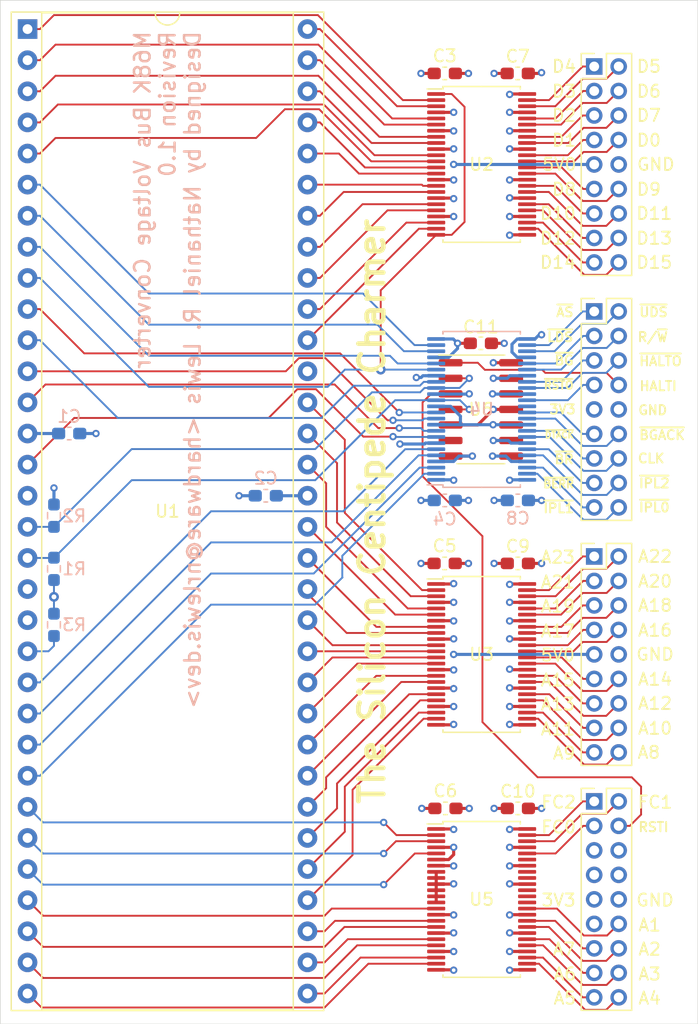
<source format=kicad_pcb>
(kicad_pcb (version 20171130) (host pcbnew 5.1.10)
  (title_block (title M68K-BUS-VOLTAGE-CONVERTER) (date 8-30-2021) (rev 1.0) (company "Carrier board for the MC68010 to convert the 5V bus into 3.3V for an FPGA"))
  (layers (0 F.Cu signal) (1 In1.Cu power) (2 In2.Cu power) (31 B.Cu signal) (34 B.Paste user) (35 F.Paste user) (36 B.SilkS user) (37 F.SilkS user) (38 B.Mask user) (39 F.Mask user) (44 Edge.Cuts user))
  (net 0 "")
  (net 1 "Net-(U1-Pad20)")
  (net 2 "Net-(U1-Pad19)")
  (net 3 GND)
  (net 4 +5V)
  (net 5 ~RESET)
  (net 6 ~HALT)
  (net 7 D5)
  (net 8 A4)
  (net 9 D6)
  (net 10 A3)
  (net 11 D7)
  (net 12 A2)
  (net 13 D8)
  (net 14 A1)
  (net 15 D9)
  (net 16 FC0)
  (net 17 D10)
  (net 18 FC1)
  (net 19 D11)
  (net 20 FC2)
  (net 21 D12)
  (net 22 ~IPL0)
  (net 23 D13)
  (net 24 ~IPL1)
  (net 25 D14)
  (net 26 ~IPL2)
  (net 27 D15)
  (net 28 ~BERR)
  (net 29 A23)
  (net 30 A22)
  (net 31 A21)
  (net 32 A20)
  (net 33 A19)
  (net 34 CLK)
  (net 35 A18)
  (net 36 A17)
  (net 37 ~BR)
  (net 38 A16)
  (net 39 ~BGACK)
  (net 40 A15)
  (net 41 ~BG)
  (net 42 A14)
  (net 43 ~DTACK)
  (net 44 A13)
  (net 45 R~W)
  (net 46 A12)
  (net 47 ~LDS)
  (net 48 A11)
  (net 49 ~UDS)
  (net 50 A10)
  (net 51 ~AS)
  (net 52 A9)
  (net 53 D0)
  (net 54 A8)
  (net 55 D1)
  (net 56 A7)
  (net 57 D2)
  (net 58 A6)
  (net 59 D3)
  (net 60 A5)
  (net 61 D4)
  (net 62 +3V3)
  (net 63 L_FC2)
  (net 64 L_FC1)
  (net 65 L_FC0)
  (net 66 DD4)
  (net 67 DD5)
  (net 68 DD3)
  (net 69 DD6)
  (net 70 DD2)
  (net 71 DD7)
  (net 72 DD1)
  (net 73 DD0)
  (net 74 DD8)
  (net 75 DD9)
  (net 76 DD10)
  (net 77 DD11)
  (net 78 DD12)
  (net 79 DD13)
  (net 80 DD14)
  (net 81 DD15)
  (net 82 AA23)
  (net 83 AA22)
  (net 84 AA21)
  (net 85 AA20)
  (net 86 AA19)
  (net 87 AA18)
  (net 88 AA17)
  (net 89 AA16)
  (net 90 AA15)
  (net 91 AA14)
  (net 92 AA13)
  (net 93 AA12)
  (net 94 AA11)
  (net 95 AA10)
  (net 96 AA9)
  (net 97 AA8)
  (net 98 AA1)
  (net 99 AA7)
  (net 100 AA2)
  (net 101 AA6)
  (net 102 AA3)
  (net 103 AA5)
  (net 104 AA4)
  (net 105 ~L_IPL0)
  (net 106 ~L_IPL1)
  (net 107 ~L_IPL2)
  (net 108 ~L_BERR)
  (net 109 L_CLK)
  (net 110 ~L_BR)
  (net 111 ~L_BGACK)
  (net 112 ~L_DTACK)
  (net 113 ~L_RESET)
  (net 114 ~L_HALT)
  (net 115 ~L_BG)
  (net 116 L_R~W)
  (net 117 ~L_LDS)
  (net 118 ~L_UDS)
  (net 119 ~L_AS)
  (net 120 HALT_IN)
  (net 121 RESET_IN)
  (net 122 "Net-(R3-Pad2)")
  (net 123 "Net-(U4-Pad36)")
  (net 124 "Net-(U5-Pad43)")
  (net 125 "Net-(U5-Pad41)")
  (net 126 "Net-(U5-Pad40)")
  (net 127 "Net-(U5-Pad38)")
  (net 128 "Net-(U5-Pad37)")
  (net 129 "Net-(U5-Pad36)")
  (net 130 "Net-(U6-Pad12)")
  (net 131 "Net-(U6-Pad10)")
  (net 132 "Net-(U6-Pad8)")
  (net 133 "Net-(U6-Pad6)")
  (module Resistor_SMD:R_0603_1608Metric_Pad0.98x0.95mm_HandSolder (layer B.Cu) (at 39.597 65.65 270)
    (fp_text reference R3 (at 0 -1.651) (layer B.SilkS) (effects (justify mirror)))
    (fp_text value 2.2K hide)
    (pad 1 smd roundrect (at -0.9125 0 270) (size 0.975 0.95) (layers B.Cu B.Paste B.Mask) (net 4 +5V))
    (pad 2 smd roundrect (at 0.9125 0 270) (size 0.975 0.95) (layers B.Cu B.Paste B.Mask) (net 122 "Net-(R3-Pad2)"))
  )
  (module Connector_PinHeader_2.00mm:PinHeader_2x09_P2.00mm_Vertical (layer F.Cu) (at 83.71172 80.062991)
    (fp_text reference J4 hide)
    (fp_text value "Function Code and Lower Address" hide)
    (pad 1 thru_hole rect (at 0 0) (size 1.35 1.35) (drill 0.8) (layers *.Cu *.Mask) (net 63 L_FC2))
    (pad 2 thru_hole oval (at 2 0) (size 1.35 1.35) (drill 0.8) (layers *.Cu *.Mask) (net 64 L_FC1))
    (pad 3 thru_hole oval (at 0 2) (size 1.35 1.35) (drill 0.8) (layers *.Cu *.Mask) (net 65 L_FC0))
    (pad 4 thru_hole oval (at 2 2) (size 1.35 1.35) (drill 0.8) (layers *.Cu *.Mask) (net 121 RESET_IN))
    (pad 5 thru_hole oval (at 0 4) (size 1.35 1.35) (drill 0.8) (layers *.Cu *.Mask) (net 3 GND))
    (pad 6 thru_hole oval (at 2 4) (size 1.35 1.35) (drill 0.8) (layers *.Cu *.Mask) (net 3 GND))
    (pad 7 thru_hole oval (at 0 6) (size 1.35 1.35) (drill 0.8) (layers *.Cu *.Mask) (net 3 GND))
    (pad 8 thru_hole oval (at 2 6) (size 1.35 1.35) (drill 0.8) (layers *.Cu *.Mask) (net 3 GND))
    (pad 9 thru_hole oval (at 0 8) (size 1.35 1.35) (drill 0.8) (layers *.Cu *.Mask) (net 62 +3V3))
    (pad 10 thru_hole oval (at 2 8) (size 1.35 1.35) (drill 0.8) (layers *.Cu *.Mask) (net 3 GND))
    (pad 11 thru_hole oval (at 0 10) (size 1.35 1.35) (drill 0.8) (layers *.Cu *.Mask) (net 3 GND))
    (pad 12 thru_hole oval (at 2 10) (size 1.35 1.35) (drill 0.8) (layers *.Cu *.Mask) (net 98 AA1))
    (pad 13 thru_hole oval (at 0 12) (size 1.35 1.35) (drill 0.8) (layers *.Cu *.Mask) (net 99 AA7))
    (pad 14 thru_hole oval (at 2 12) (size 1.35 1.35) (drill 0.8) (layers *.Cu *.Mask) (net 100 AA2))
    (pad 15 thru_hole oval (at 0 14) (size 1.35 1.35) (drill 0.8) (layers *.Cu *.Mask) (net 101 AA6))
    (pad 16 thru_hole oval (at 2 14) (size 1.35 1.35) (drill 0.8) (layers *.Cu *.Mask) (net 102 AA3))
    (pad 17 thru_hole oval (at 0 16) (size 1.35 1.35) (drill 0.8) (layers *.Cu *.Mask) (net 103 AA5))
    (pad 18 thru_hole oval (at 2 16) (size 1.35 1.35) (drill 0.8) (layers *.Cu *.Mask) (net 104 AA4))
  )
  (module Connector_PinHeader_2.00mm:PinHeader_2x09_P2.00mm_Vertical (layer F.Cu) (at 83.71172 60.062991)
    (fp_text reference J3 hide)
    (fp_text value Address hide)
    (pad 1 thru_hole rect (at 0 0) (size 1.35 1.35) (drill 0.8) (layers *.Cu *.Mask) (net 82 AA23))
    (pad 2 thru_hole oval (at 2 0) (size 1.35 1.35) (drill 0.8) (layers *.Cu *.Mask) (net 83 AA22))
    (pad 3 thru_hole oval (at 0 2) (size 1.35 1.35) (drill 0.8) (layers *.Cu *.Mask) (net 84 AA21))
    (pad 4 thru_hole oval (at 2 2) (size 1.35 1.35) (drill 0.8) (layers *.Cu *.Mask) (net 85 AA20))
    (pad 5 thru_hole oval (at 0 4) (size 1.35 1.35) (drill 0.8) (layers *.Cu *.Mask) (net 86 AA19))
    (pad 6 thru_hole oval (at 2 4) (size 1.35 1.35) (drill 0.8) (layers *.Cu *.Mask) (net 87 AA18))
    (pad 7 thru_hole oval (at 0 6) (size 1.35 1.35) (drill 0.8) (layers *.Cu *.Mask) (net 88 AA17))
    (pad 8 thru_hole oval (at 2 6) (size 1.35 1.35) (drill 0.8) (layers *.Cu *.Mask) (net 89 AA16))
    (pad 9 thru_hole oval (at 0 8) (size 1.35 1.35) (drill 0.8) (layers *.Cu *.Mask) (net 4 +5V))
    (pad 10 thru_hole oval (at 2 8) (size 1.35 1.35) (drill 0.8) (layers *.Cu *.Mask) (net 3 GND))
    (pad 11 thru_hole oval (at 0 10) (size 1.35 1.35) (drill 0.8) (layers *.Cu *.Mask) (net 90 AA15))
    (pad 12 thru_hole oval (at 2 10) (size 1.35 1.35) (drill 0.8) (layers *.Cu *.Mask) (net 91 AA14))
    (pad 13 thru_hole oval (at 0 12) (size 1.35 1.35) (drill 0.8) (layers *.Cu *.Mask) (net 92 AA13))
    (pad 14 thru_hole oval (at 2 12) (size 1.35 1.35) (drill 0.8) (layers *.Cu *.Mask) (net 93 AA12))
    (pad 15 thru_hole oval (at 0 14) (size 1.35 1.35) (drill 0.8) (layers *.Cu *.Mask) (net 94 AA11))
    (pad 16 thru_hole oval (at 2 14) (size 1.35 1.35) (drill 0.8) (layers *.Cu *.Mask) (net 95 AA10))
    (pad 17 thru_hole oval (at 0 16) (size 1.35 1.35) (drill 0.8) (layers *.Cu *.Mask) (net 96 AA9))
    (pad 18 thru_hole oval (at 2 16) (size 1.35 1.35) (drill 0.8) (layers *.Cu *.Mask) (net 97 AA8))
  )
  (module Connector_PinHeader_2.00mm:PinHeader_2x09_P2.00mm_Vertical (layer F.Cu) (at 83.71172 40.062991)
    (fp_text reference J2 hide)
    (fp_text value "Bus Signals" hide)
    (pad 1 thru_hole rect (at 0 0) (size 1.35 1.35) (drill 0.8) (layers *.Cu *.Mask) (net 119 ~L_AS))
    (pad 2 thru_hole oval (at 2 0) (size 1.35 1.35) (drill 0.8) (layers *.Cu *.Mask) (net 118 ~L_UDS))
    (pad 3 thru_hole oval (at 0 2) (size 1.35 1.35) (drill 0.8) (layers *.Cu *.Mask) (net 117 ~L_LDS))
    (pad 4 thru_hole oval (at 2 2) (size 1.35 1.35) (drill 0.8) (layers *.Cu *.Mask) (net 116 L_R~W))
    (pad 5 thru_hole oval (at 0 4) (size 1.35 1.35) (drill 0.8) (layers *.Cu *.Mask) (net 115 ~L_BG))
    (pad 6 thru_hole oval (at 2 4) (size 1.35 1.35) (drill 0.8) (layers *.Cu *.Mask) (net 114 ~L_HALT))
    (pad 7 thru_hole oval (at 0 6) (size 1.35 1.35) (drill 0.8) (layers *.Cu *.Mask) (net 113 ~L_RESET))
    (pad 8 thru_hole oval (at 2 6) (size 1.35 1.35) (drill 0.8) (layers *.Cu *.Mask) (net 120 HALT_IN))
    (pad 9 thru_hole oval (at 0 8) (size 1.35 1.35) (drill 0.8) (layers *.Cu *.Mask) (net 62 +3V3))
    (pad 10 thru_hole oval (at 2 8) (size 1.35 1.35) (drill 0.8) (layers *.Cu *.Mask) (net 3 GND))
    (pad 11 thru_hole oval (at 0 10) (size 1.35 1.35) (drill 0.8) (layers *.Cu *.Mask) (net 112 ~L_DTACK))
    (pad 12 thru_hole oval (at 2 10) (size 1.35 1.35) (drill 0.8) (layers *.Cu *.Mask) (net 111 ~L_BGACK))
    (pad 13 thru_hole oval (at 0 12) (size 1.35 1.35) (drill 0.8) (layers *.Cu *.Mask) (net 110 ~L_BR))
    (pad 14 thru_hole oval (at 2 12) (size 1.35 1.35) (drill 0.8) (layers *.Cu *.Mask) (net 109 L_CLK))
    (pad 15 thru_hole oval (at 0 14) (size 1.35 1.35) (drill 0.8) (layers *.Cu *.Mask) (net 108 ~L_BERR))
    (pad 16 thru_hole oval (at 2 14) (size 1.35 1.35) (drill 0.8) (layers *.Cu *.Mask) (net 107 ~L_IPL2))
    (pad 17 thru_hole oval (at 0 16) (size 1.35 1.35) (drill 0.8) (layers *.Cu *.Mask) (net 106 ~L_IPL1))
    (pad 18 thru_hole oval (at 2 16) (size 1.35 1.35) (drill 0.8) (layers *.Cu *.Mask) (net 105 ~L_IPL0))
  )
  (module Connector_PinHeader_2.00mm:PinHeader_2x09_P2.00mm_Vertical (layer F.Cu) (at 83.71172 20.062991)
    (fp_text reference J1 hide)
    (fp_text value Data hide)
    (pad 1 thru_hole rect (at 0 0) (size 1.35 1.35) (drill 0.8) (layers *.Cu *.Mask) (net 66 DD4))
    (pad 2 thru_hole oval (at 2 0) (size 1.35 1.35) (drill 0.8) (layers *.Cu *.Mask) (net 67 DD5))
    (pad 3 thru_hole oval (at 0 2) (size 1.35 1.35) (drill 0.8) (layers *.Cu *.Mask) (net 68 DD3))
    (pad 4 thru_hole oval (at 2 2) (size 1.35 1.35) (drill 0.8) (layers *.Cu *.Mask) (net 69 DD6))
    (pad 5 thru_hole oval (at 0 4) (size 1.35 1.35) (drill 0.8) (layers *.Cu *.Mask) (net 70 DD2))
    (pad 6 thru_hole oval (at 2 4) (size 1.35 1.35) (drill 0.8) (layers *.Cu *.Mask) (net 71 DD7))
    (pad 7 thru_hole oval (at 0 6) (size 1.35 1.35) (drill 0.8) (layers *.Cu *.Mask) (net 72 DD1))
    (pad 8 thru_hole oval (at 2 6) (size 1.35 1.35) (drill 0.8) (layers *.Cu *.Mask) (net 73 DD0))
    (pad 9 thru_hole oval (at 0 8) (size 1.35 1.35) (drill 0.8) (layers *.Cu *.Mask) (net 4 +5V))
    (pad 10 thru_hole oval (at 2 8) (size 1.35 1.35) (drill 0.8) (layers *.Cu *.Mask) (net 3 GND))
    (pad 11 thru_hole oval (at 0 10) (size 1.35 1.35) (drill 0.8) (layers *.Cu *.Mask) (net 74 DD8))
    (pad 12 thru_hole oval (at 2 10) (size 1.35 1.35) (drill 0.8) (layers *.Cu *.Mask) (net 75 DD9))
    (pad 13 thru_hole oval (at 0 12) (size 1.35 1.35) (drill 0.8) (layers *.Cu *.Mask) (net 76 DD10))
    (pad 14 thru_hole oval (at 2 12) (size 1.35 1.35) (drill 0.8) (layers *.Cu *.Mask) (net 77 DD11))
    (pad 15 thru_hole oval (at 0 14) (size 1.35 1.35) (drill 0.8) (layers *.Cu *.Mask) (net 78 DD12))
    (pad 16 thru_hole oval (at 2 14) (size 1.35 1.35) (drill 0.8) (layers *.Cu *.Mask) (net 79 DD13))
    (pad 17 thru_hole oval (at 0 16) (size 1.35 1.35) (drill 0.8) (layers *.Cu *.Mask) (net 80 DD14))
    (pad 18 thru_hole oval (at 2 16) (size 1.35 1.35) (drill 0.8) (layers *.Cu *.Mask) (net 81 DD15))
  )
  (module Capacitor_SMD:C_0603_1608Metric_Pad1.08x0.95mm_HandSolder (layer F.Cu) (at 74.4585 42.663 180)
    (fp_text reference C11 (at 0 1.3335) (layer F.SilkS))
    (fp_text value 100nF hide)
    (pad 1 smd roundrect (at -0.8625 0 180) (size 1.075 0.95) (layers F.Cu F.Paste F.Mask) (net 62 +3V3))
    (pad 2 smd roundrect (at 0.8625 0 180) (size 1.075 0.95) (layers F.Cu F.Paste F.Mask) (net 3 GND))
  )
  (module Capacitor_SMD:C_0603_1608Metric_Pad1.08x0.95mm_HandSolder (layer F.Cu) (at 77.48 80.636 180)
    (fp_text reference C10 (at 0 1.397) (layer F.SilkS))
    (fp_text value 100nF hide)
    (pad 1 smd roundrect (at -0.8625 0 180) (size 1.075 0.95) (layers F.Cu F.Paste F.Mask) (net 62 +3V3))
    (pad 2 smd roundrect (at 0.8625 0 180) (size 1.075 0.95) (layers F.Cu F.Paste F.Mask) (net 3 GND))
  )
  (module Capacitor_SMD:C_0603_1608Metric_Pad1.08x0.95mm_HandSolder (layer F.Cu) (at 77.48 60.6335 180)
    (fp_text reference C9 (at 0 1.397) (layer F.SilkS))
    (fp_text value 100nF hide)
    (pad 1 smd roundrect (at -0.8625 0 180) (size 1.075 0.95) (layers F.Cu F.Paste F.Mask) (net 62 +3V3))
    (pad 2 smd roundrect (at 0.8625 0 180) (size 1.075 0.95) (layers F.Cu F.Paste F.Mask) (net 3 GND))
  )
  (module Capacitor_SMD:C_0603_1608Metric_Pad1.08x0.95mm_HandSolder (layer B.Cu) (at 77.48 55.49 180)
    (fp_text reference C8 (at 0 -1.4605) (layer B.SilkS) (effects (justify mirror)))
    (fp_text value 100nF hide)
    (pad 1 smd roundrect (at -0.8625 0 180) (size 1.075 0.95) (layers B.Cu B.Paste B.Mask) (net 62 +3V3))
    (pad 2 smd roundrect (at 0.8625 0 180) (size 1.075 0.95) (layers B.Cu B.Paste B.Mask) (net 3 GND))
  )
  (module Capacitor_SMD:C_0603_1608Metric_Pad1.08x0.95mm_HandSolder (layer F.Cu) (at 77.4695 20.6285 180)
    (fp_text reference C7 (at 0 1.397) (layer F.SilkS))
    (fp_text value 100nF hide)
    (pad 1 smd roundrect (at -0.8625 0 180) (size 1.075 0.95) (layers F.Cu F.Paste F.Mask) (net 62 +3V3))
    (pad 2 smd roundrect (at 0.8625 0 180) (size 1.075 0.95) (layers F.Cu F.Paste F.Mask) (net 3 GND))
  )
  (module Capacitor_SMD:C_0603_1608Metric_Pad1.08x0.95mm_HandSolder (layer F.Cu) (at 71.564 80.636)
    (fp_text reference C6 (at 0 -1.43) (layer F.SilkS))
    (fp_text value 100nF hide)
    (pad 1 smd roundrect (at -0.8625 0) (size 1.075 0.95) (layers F.Cu F.Paste F.Mask) (net 4 +5V))
    (pad 2 smd roundrect (at 0.8625 0) (size 1.075 0.95) (layers F.Cu F.Paste F.Mask) (net 3 GND))
  )
  (module Capacitor_SMD:C_0603_1608Metric_Pad1.08x0.95mm_HandSolder (layer F.Cu) (at 71.5005 60.6335)
    (fp_text reference C5 (at 0 -1.43) (layer F.SilkS))
    (fp_text value 100nF)
    (pad 1 smd roundrect (at -0.8625 0) (size 1.075 0.95) (layers F.Cu F.Paste F.Mask) (net 4 +5V))
    (pad 2 smd roundrect (at 0.8625 0) (size 1.075 0.95) (layers F.Cu F.Paste F.Mask) (net 3 GND))
  )
  (module Capacitor_SMD:C_0603_1608Metric_Pad1.08x0.95mm_HandSolder (layer B.Cu) (at 71.511 55.49)
    (fp_text reference C4 (at 0 1.524) (layer B.SilkS) (effects (justify mirror)))
    (fp_text value 100nF hide)
    (pad 1 smd roundrect (at -0.8625 0) (size 1.075 0.95) (layers B.Cu B.Paste B.Mask) (net 4 +5V))
    (pad 2 smd roundrect (at 0.8625 0) (size 1.075 0.95) (layers B.Cu B.Paste B.Mask) (net 3 GND))
  )
  (module Capacitor_SMD:C_0603_1608Metric_Pad1.08x0.95mm_HandSolder (layer F.Cu) (at 71.511 20.6285)
    (fp_text reference C3 (at 0 -1.43) (layer F.SilkS))
    (fp_text value 100nF hide)
    (pad 1 smd roundrect (at -0.8625 0) (size 1.075 0.95) (layers F.Cu F.Paste F.Mask) (net 4 +5V))
    (pad 2 smd roundrect (at 0.8625 0) (size 1.075 0.95) (layers F.Cu F.Paste F.Mask) (net 3 GND))
  )
  (module Package_SO:TSSOP-48_6.1x12.5mm_P0.5mm (layer F.Cu) (at 74.522 88.0655)
    (fp_text reference U5 (at 0 0) (layer F.SilkS))
    (fp_text value 74ALVC164245 hide)
    (pad 1 smd roundrect (at -3.7125 -5.75) (size 1.475 0.3) (layers F.Cu F.Paste F.Mask) (net 3 GND))
    (pad 2 smd roundrect (at -3.7125 -5.25) (size 1.475 0.3) (layers F.Cu F.Paste F.Mask) (net 20 FC2))
    (pad 3 smd roundrect (at -3.7125 -4.75) (size 1.475 0.3) (layers F.Cu F.Paste F.Mask) (net 18 FC1))
    (pad 4 smd roundrect (at -3.7125 -4.25) (size 1.475 0.3) (layers F.Cu F.Paste F.Mask) (net 3 GND))
    (pad 5 smd roundrect (at -3.7125 -3.75) (size 1.475 0.3) (layers F.Cu F.Paste F.Mask) (net 16 FC0))
    (pad 6 smd roundrect (at -3.7125 -3.25) (size 1.475 0.3) (layers F.Cu F.Paste F.Mask) (net 3 GND))
    (pad 7 smd roundrect (at -3.7125 -2.75) (size 1.475 0.3) (layers F.Cu F.Paste F.Mask) (net 4 +5V))
    (pad 8 smd roundrect (at -3.7125 -2.25) (size 1.475 0.3) (layers F.Cu F.Paste F.Mask) (net 3 GND))
    (pad 9 smd roundrect (at -3.7125 -1.75) (size 1.475 0.3) (layers F.Cu F.Paste F.Mask) (net 3 GND))
    (pad 10 smd roundrect (at -3.7125 -1.25) (size 1.475 0.3) (layers F.Cu F.Paste F.Mask) (net 3 GND))
    (pad 11 smd roundrect (at -3.7125 -0.75) (size 1.475 0.3) (layers F.Cu F.Paste F.Mask) (net 3 GND))
    (pad 12 smd roundrect (at -3.7125 -0.25) (size 1.475 0.3) (layers F.Cu F.Paste F.Mask) (net 3 GND))
    (pad 13 smd roundrect (at -3.7125 0.25) (size 1.475 0.3) (layers F.Cu F.Paste F.Mask) (net 3 GND))
    (pad 14 smd roundrect (at -3.7125 0.75) (size 1.475 0.3) (layers F.Cu F.Paste F.Mask) (net 14 A1))
    (pad 15 smd roundrect (at -3.7125 1.25) (size 1.475 0.3) (layers F.Cu F.Paste F.Mask) (net 3 GND))
    (pad 16 smd roundrect (at -3.7125 1.75) (size 1.475 0.3) (layers F.Cu F.Paste F.Mask) (net 56 A7))
    (pad 17 smd roundrect (at -3.7125 2.25) (size 1.475 0.3) (layers F.Cu F.Paste F.Mask) (net 12 A2))
    (pad 18 smd roundrect (at -3.7125 2.75) (size 1.475 0.3) (layers F.Cu F.Paste F.Mask) (net 4 +5V))
    (pad 19 smd roundrect (at -3.7125 3.25) (size 1.475 0.3) (layers F.Cu F.Paste F.Mask) (net 58 A6))
    (pad 20 smd roundrect (at -3.7125 3.75) (size 1.475 0.3) (layers F.Cu F.Paste F.Mask) (net 10 A3))
    (pad 21 smd roundrect (at -3.7125 4.25) (size 1.475 0.3) (layers F.Cu F.Paste F.Mask) (net 3 GND))
    (pad 22 smd roundrect (at -3.7125 4.75) (size 1.475 0.3) (layers F.Cu F.Paste F.Mask) (net 60 A5))
    (pad 23 smd roundrect (at -3.7125 5.25) (size 1.475 0.3) (layers F.Cu F.Paste F.Mask) (net 8 A4))
    (pad 24 smd roundrect (at -3.7125 5.75) (size 1.475 0.3) (layers F.Cu F.Paste F.Mask) (net 3 GND))
    (pad 25 smd roundrect (at 3.7125 5.75) (size 1.475 0.3) (layers F.Cu F.Paste F.Mask) (net 3 GND))
    (pad 26 smd roundrect (at 3.7125 5.25) (size 1.475 0.3) (layers F.Cu F.Paste F.Mask) (net 104 AA4))
    (pad 27 smd roundrect (at 3.7125 4.75) (size 1.475 0.3) (layers F.Cu F.Paste F.Mask) (net 103 AA5))
    (pad 28 smd roundrect (at 3.7125 4.25) (size 1.475 0.3) (layers F.Cu F.Paste F.Mask) (net 3 GND))
    (pad 29 smd roundrect (at 3.7125 3.75) (size 1.475 0.3) (layers F.Cu F.Paste F.Mask) (net 102 AA3))
    (pad 30 smd roundrect (at 3.7125 3.25) (size 1.475 0.3) (layers F.Cu F.Paste F.Mask) (net 101 AA6))
    (pad 31 smd roundrect (at 3.7125 2.75) (size 1.475 0.3) (layers F.Cu F.Paste F.Mask) (net 62 +3V3))
    (pad 32 smd roundrect (at 3.7125 2.25) (size 1.475 0.3) (layers F.Cu F.Paste F.Mask) (net 100 AA2))
    (pad 33 smd roundrect (at 3.7125 1.75) (size 1.475 0.3) (layers F.Cu F.Paste F.Mask) (net 99 AA7))
    (pad 34 smd roundrect (at 3.7125 1.25) (size 1.475 0.3) (layers F.Cu F.Paste F.Mask) (net 3 GND))
    (pad 35 smd roundrect (at 3.7125 0.75) (size 1.475 0.3) (layers F.Cu F.Paste F.Mask) (net 98 AA1))
    (pad 36 smd roundrect (at 3.7125 0.25) (size 1.475 0.3) (layers F.Cu F.Paste F.Mask) (net 129 "Net-(U5-Pad36)"))
    (pad 37 smd roundrect (at 3.7125 -0.25) (size 1.475 0.3) (layers F.Cu F.Paste F.Mask) (net 128 "Net-(U5-Pad37)"))
    (pad 38 smd roundrect (at 3.7125 -0.75) (size 1.475 0.3) (layers F.Cu F.Paste F.Mask) (net 127 "Net-(U5-Pad38)"))
    (pad 39 smd roundrect (at 3.7125 -1.25) (size 1.475 0.3) (layers F.Cu F.Paste F.Mask) (net 3 GND))
    (pad 40 smd roundrect (at 3.7125 -1.75) (size 1.475 0.3) (layers F.Cu F.Paste F.Mask) (net 126 "Net-(U5-Pad40)"))
    (pad 41 smd roundrect (at 3.7125 -2.25) (size 1.475 0.3) (layers F.Cu F.Paste F.Mask) (net 125 "Net-(U5-Pad41)"))
    (pad 42 smd roundrect (at 3.7125 -2.75) (size 1.475 0.3) (layers F.Cu F.Paste F.Mask) (net 62 +3V3))
    (pad 43 smd roundrect (at 3.7125 -3.25) (size 1.475 0.3) (layers F.Cu F.Paste F.Mask) (net 124 "Net-(U5-Pad43)"))
    (pad 44 smd roundrect (at 3.7125 -3.75) (size 1.475 0.3) (layers F.Cu F.Paste F.Mask) (net 65 L_FC0))
    (pad 45 smd roundrect (at 3.7125 -4.25) (size 1.475 0.3) (layers F.Cu F.Paste F.Mask) (net 3 GND))
    (pad 46 smd roundrect (at 3.7125 -4.75) (size 1.475 0.3) (layers F.Cu F.Paste F.Mask) (net 64 L_FC1))
    (pad 47 smd roundrect (at 3.7125 -5.25) (size 1.475 0.3) (layers F.Cu F.Paste F.Mask) (net 63 L_FC2))
    (pad 48 smd roundrect (at 3.7125 -5.75) (size 1.475 0.3) (layers F.Cu F.Paste F.Mask) (net 3 GND))
  )
  (module Package_SO:TSSOP-48_6.1x12.5mm_P0.5mm (layer B.Cu) (at 74.522 48.0605)
    (fp_text reference U4 (at 0 0) (layer B.SilkS) (effects (justify mirror)))
    (fp_text value 74ALVC164245 hide)
    (pad 1 smd roundrect (at -3.7125 5.75) (size 1.475 0.3) (layers B.Cu B.Paste B.Mask) (net 4 +5V))
    (pad 2 smd roundrect (at -3.7125 5.25) (size 1.475 0.3) (layers B.Cu B.Paste B.Mask) (net 22 ~IPL0))
    (pad 3 smd roundrect (at -3.7125 4.75) (size 1.475 0.3) (layers B.Cu B.Paste B.Mask) (net 24 ~IPL1))
    (pad 4 smd roundrect (at -3.7125 4.25) (size 1.475 0.3) (layers B.Cu B.Paste B.Mask) (net 3 GND))
    (pad 5 smd roundrect (at -3.7125 3.75) (size 1.475 0.3) (layers B.Cu B.Paste B.Mask) (net 26 ~IPL2))
    (pad 6 smd roundrect (at -3.7125 3.25) (size 1.475 0.3) (layers B.Cu B.Paste B.Mask) (net 28 ~BERR))
    (pad 7 smd roundrect (at -3.7125 2.75) (size 1.475 0.3) (layers B.Cu B.Paste B.Mask) (net 4 +5V))
    (pad 8 smd roundrect (at -3.7125 2.25) (size 1.475 0.3) (layers B.Cu B.Paste B.Mask) (net 34 CLK))
    (pad 9 smd roundrect (at -3.7125 1.75) (size 1.475 0.3) (layers B.Cu B.Paste B.Mask) (net 37 ~BR))
    (pad 10 smd roundrect (at -3.7125 1.25) (size 1.475 0.3) (layers B.Cu B.Paste B.Mask) (net 3 GND))
    (pad 11 smd roundrect (at -3.7125 0.75) (size 1.475 0.3) (layers B.Cu B.Paste B.Mask) (net 39 ~BGACK))
    (pad 12 smd roundrect (at -3.7125 0.25) (size 1.475 0.3) (layers B.Cu B.Paste B.Mask) (net 43 ~DTACK))
    (pad 13 smd roundrect (at -3.7125 -0.25) (size 1.475 0.3) (layers B.Cu B.Paste B.Mask) (net 3 GND))
    (pad 14 smd roundrect (at -3.7125 -0.75) (size 1.475 0.3) (layers B.Cu B.Paste B.Mask) (net 5 ~RESET))
    (pad 15 smd roundrect (at -3.7125 -1.25) (size 1.475 0.3) (layers B.Cu B.Paste B.Mask) (net 3 GND))
    (pad 16 smd roundrect (at -3.7125 -1.75) (size 1.475 0.3) (layers B.Cu B.Paste B.Mask) (net 6 ~HALT))
    (pad 17 smd roundrect (at -3.7125 -2.25) (size 1.475 0.3) (layers B.Cu B.Paste B.Mask) (net 41 ~BG))
    (pad 18 smd roundrect (at -3.7125 -2.75) (size 1.475 0.3) (layers B.Cu B.Paste B.Mask) (net 4 +5V))
    (pad 19 smd roundrect (at -3.7125 -3.25) (size 1.475 0.3) (layers B.Cu B.Paste B.Mask) (net 45 R~W))
    (pad 20 smd roundrect (at -3.7125 -3.75) (size 1.475 0.3) (layers B.Cu B.Paste B.Mask) (net 47 ~LDS))
    (pad 21 smd roundrect (at -3.7125 -4.25) (size 1.475 0.3) (layers B.Cu B.Paste B.Mask) (net 3 GND))
    (pad 22 smd roundrect (at -3.7125 -4.75) (size 1.475 0.3) (layers B.Cu B.Paste B.Mask) (net 49 ~UDS))
    (pad 23 smd roundrect (at -3.7125 -5.25) (size 1.475 0.3) (layers B.Cu B.Paste B.Mask) (net 51 ~AS))
    (pad 24 smd roundrect (at -3.7125 -5.75) (size 1.475 0.3) (layers B.Cu B.Paste B.Mask) (net 3 GND))
    (pad 25 smd roundrect (at 3.7125 -5.75) (size 1.475 0.3) (layers B.Cu B.Paste B.Mask) (net 3 GND))
    (pad 26 smd roundrect (at 3.7125 -5.25) (size 1.475 0.3) (layers B.Cu B.Paste B.Mask) (net 119 ~L_AS))
    (pad 27 smd roundrect (at 3.7125 -4.75) (size 1.475 0.3) (layers B.Cu B.Paste B.Mask) (net 118 ~L_UDS))
    (pad 28 smd roundrect (at 3.7125 -4.25) (size 1.475 0.3) (layers B.Cu B.Paste B.Mask) (net 3 GND))
    (pad 29 smd roundrect (at 3.7125 -3.75) (size 1.475 0.3) (layers B.Cu B.Paste B.Mask) (net 117 ~L_LDS))
    (pad 30 smd roundrect (at 3.7125 -3.25) (size 1.475 0.3) (layers B.Cu B.Paste B.Mask) (net 116 L_R~W))
    (pad 31 smd roundrect (at 3.7125 -2.75) (size 1.475 0.3) (layers B.Cu B.Paste B.Mask) (net 62 +3V3))
    (pad 32 smd roundrect (at 3.7125 -2.25) (size 1.475 0.3) (layers B.Cu B.Paste B.Mask) (net 115 ~L_BG))
    (pad 33 smd roundrect (at 3.7125 -1.75) (size 1.475 0.3) (layers B.Cu B.Paste B.Mask) (net 114 ~L_HALT))
    (pad 34 smd roundrect (at 3.7125 -1.25) (size 1.475 0.3) (layers B.Cu B.Paste B.Mask) (net 3 GND))
    (pad 35 smd roundrect (at 3.7125 -0.75) (size 1.475 0.3) (layers B.Cu B.Paste B.Mask) (net 113 ~L_RESET))
    (pad 36 smd roundrect (at 3.7125 -0.25) (size 1.475 0.3) (layers B.Cu B.Paste B.Mask) (net 123 "Net-(U4-Pad36)"))
    (pad 37 smd roundrect (at 3.7125 0.25) (size 1.475 0.3) (layers B.Cu B.Paste B.Mask) (net 112 ~L_DTACK))
    (pad 38 smd roundrect (at 3.7125 0.75) (size 1.475 0.3) (layers B.Cu B.Paste B.Mask) (net 111 ~L_BGACK))
    (pad 39 smd roundrect (at 3.7125 1.25) (size 1.475 0.3) (layers B.Cu B.Paste B.Mask) (net 3 GND))
    (pad 40 smd roundrect (at 3.7125 1.75) (size 1.475 0.3) (layers B.Cu B.Paste B.Mask) (net 110 ~L_BR))
    (pad 41 smd roundrect (at 3.7125 2.25) (size 1.475 0.3) (layers B.Cu B.Paste B.Mask) (net 109 L_CLK))
    (pad 42 smd roundrect (at 3.7125 2.75) (size 1.475 0.3) (layers B.Cu B.Paste B.Mask) (net 62 +3V3))
    (pad 43 smd roundrect (at 3.7125 3.25) (size 1.475 0.3) (layers B.Cu B.Paste B.Mask) (net 108 ~L_BERR))
    (pad 44 smd roundrect (at 3.7125 3.75) (size 1.475 0.3) (layers B.Cu B.Paste B.Mask) (net 107 ~L_IPL2))
    (pad 45 smd roundrect (at 3.7125 4.25) (size 1.475 0.3) (layers B.Cu B.Paste B.Mask) (net 3 GND))
    (pad 46 smd roundrect (at 3.7125 4.75) (size 1.475 0.3) (layers B.Cu B.Paste B.Mask) (net 106 ~L_IPL1))
    (pad 47 smd roundrect (at 3.7125 5.25) (size 1.475 0.3) (layers B.Cu B.Paste B.Mask) (net 105 ~L_IPL0))
    (pad 48 smd roundrect (at 3.7125 5.75) (size 1.475 0.3) (layers B.Cu B.Paste B.Mask) (net 3 GND))
  )
  (module Package_SO:TSSOP-48_6.1x12.5mm_P0.5mm (layer F.Cu) (at 74.522 28.058)
    (fp_text reference U2 (at 0 0) (layer F.SilkS))
    (fp_text value 74ALVC164245 hide)
    (pad 1 smd roundrect (at -3.7125 -5.75) (size 1.475 0.3) (layers F.Cu F.Paste F.Mask) (net 45 R~W))
    (pad 2 smd roundrect (at -3.7125 -5.25) (size 1.475 0.3) (layers F.Cu F.Paste F.Mask) (net 61 D4))
    (pad 3 smd roundrect (at -3.7125 -4.75) (size 1.475 0.3) (layers F.Cu F.Paste F.Mask) (net 7 D5))
    (pad 4 smd roundrect (at -3.7125 -4.25) (size 1.475 0.3) (layers F.Cu F.Paste F.Mask) (net 3 GND))
    (pad 5 smd roundrect (at -3.7125 -3.75) (size 1.475 0.3) (layers F.Cu F.Paste F.Mask) (net 59 D3))
    (pad 6 smd roundrect (at -3.7125 -3.25) (size 1.475 0.3) (layers F.Cu F.Paste F.Mask) (net 9 D6))
    (pad 7 smd roundrect (at -3.7125 -2.75) (size 1.475 0.3) (layers F.Cu F.Paste F.Mask) (net 4 +5V))
    (pad 8 smd roundrect (at -3.7125 -2.25) (size 1.475 0.3) (layers F.Cu F.Paste F.Mask) (net 57 D2))
    (pad 9 smd roundrect (at -3.7125 -1.75) (size 1.475 0.3) (layers F.Cu F.Paste F.Mask) (net 11 D7))
    (pad 10 smd roundrect (at -3.7125 -1.25) (size 1.475 0.3) (layers F.Cu F.Paste F.Mask) (net 3 GND))
    (pad 11 smd roundrect (at -3.7125 -0.75) (size 1.475 0.3) (layers F.Cu F.Paste F.Mask) (net 55 D1))
    (pad 12 smd roundrect (at -3.7125 -0.25) (size 1.475 0.3) (layers F.Cu F.Paste F.Mask) (net 53 D0))
    (pad 13 smd roundrect (at -3.7125 0.25) (size 1.475 0.3) (layers F.Cu F.Paste F.Mask) (net 13 D8))
    (pad 14 smd roundrect (at -3.7125 0.75) (size 1.475 0.3) (layers F.Cu F.Paste F.Mask) (net 15 D9))
    (pad 15 smd roundrect (at -3.7125 1.25) (size 1.475 0.3) (layers F.Cu F.Paste F.Mask) (net 3 GND))
    (pad 16 smd roundrect (at -3.7125 1.75) (size 1.475 0.3) (layers F.Cu F.Paste F.Mask) (net 17 D10))
    (pad 17 smd roundrect (at -3.7125 2.25) (size 1.475 0.3) (layers F.Cu F.Paste F.Mask) (net 19 D11))
    (pad 18 smd roundrect (at -3.7125 2.75) (size 1.475 0.3) (layers F.Cu F.Paste F.Mask) (net 4 +5V))
    (pad 19 smd roundrect (at -3.7125 3.25) (size 1.475 0.3) (layers F.Cu F.Paste F.Mask) (net 21 D12))
    (pad 20 smd roundrect (at -3.7125 3.75) (size 1.475 0.3) (layers F.Cu F.Paste F.Mask) (net 23 D13))
    (pad 21 smd roundrect (at -3.7125 4.25) (size 1.475 0.3) (layers F.Cu F.Paste F.Mask) (net 3 GND))
    (pad 22 smd roundrect (at -3.7125 4.75) (size 1.475 0.3) (layers F.Cu F.Paste F.Mask) (net 25 D14))
    (pad 23 smd roundrect (at -3.7125 5.25) (size 1.475 0.3) (layers F.Cu F.Paste F.Mask) (net 27 D15))
    (pad 24 smd roundrect (at -3.7125 5.75) (size 1.475 0.3) (layers F.Cu F.Paste F.Mask) (net 45 R~W))
    (pad 25 smd roundrect (at 3.7125 5.75) (size 1.475 0.3) (layers F.Cu F.Paste F.Mask) (net 3 GND))
    (pad 26 smd roundrect (at 3.7125 5.25) (size 1.475 0.3) (layers F.Cu F.Paste F.Mask) (net 81 DD15))
    (pad 27 smd roundrect (at 3.7125 4.75) (size 1.475 0.3) (layers F.Cu F.Paste F.Mask) (net 80 DD14))
    (pad 28 smd roundrect (at 3.7125 4.25) (size 1.475 0.3) (layers F.Cu F.Paste F.Mask) (net 3 GND))
    (pad 29 smd roundrect (at 3.7125 3.75) (size 1.475 0.3) (layers F.Cu F.Paste F.Mask) (net 79 DD13))
    (pad 30 smd roundrect (at 3.7125 3.25) (size 1.475 0.3) (layers F.Cu F.Paste F.Mask) (net 78 DD12))
    (pad 31 smd roundrect (at 3.7125 2.75) (size 1.475 0.3) (layers F.Cu F.Paste F.Mask) (net 62 +3V3))
    (pad 32 smd roundrect (at 3.7125 2.25) (size 1.475 0.3) (layers F.Cu F.Paste F.Mask) (net 77 DD11))
    (pad 33 smd roundrect (at 3.7125 1.75) (size 1.475 0.3) (layers F.Cu F.Paste F.Mask) (net 76 DD10))
    (pad 34 smd roundrect (at 3.7125 1.25) (size 1.475 0.3) (layers F.Cu F.Paste F.Mask) (net 3 GND))
    (pad 35 smd roundrect (at 3.7125 0.75) (size 1.475 0.3) (layers F.Cu F.Paste F.Mask) (net 75 DD9))
    (pad 36 smd roundrect (at 3.7125 0.25) (size 1.475 0.3) (layers F.Cu F.Paste F.Mask) (net 74 DD8))
    (pad 37 smd roundrect (at 3.7125 -0.25) (size 1.475 0.3) (layers F.Cu F.Paste F.Mask) (net 73 DD0))
    (pad 38 smd roundrect (at 3.7125 -0.75) (size 1.475 0.3) (layers F.Cu F.Paste F.Mask) (net 72 DD1))
    (pad 39 smd roundrect (at 3.7125 -1.25) (size 1.475 0.3) (layers F.Cu F.Paste F.Mask) (net 3 GND))
    (pad 40 smd roundrect (at 3.7125 -1.75) (size 1.475 0.3) (layers F.Cu F.Paste F.Mask) (net 71 DD7))
    (pad 41 smd roundrect (at 3.7125 -2.25) (size 1.475 0.3) (layers F.Cu F.Paste F.Mask) (net 70 DD2))
    (pad 42 smd roundrect (at 3.7125 -2.75) (size 1.475 0.3) (layers F.Cu F.Paste F.Mask) (net 62 +3V3))
    (pad 43 smd roundrect (at 3.7125 -3.25) (size 1.475 0.3) (layers F.Cu F.Paste F.Mask) (net 69 DD6))
    (pad 44 smd roundrect (at 3.7125 -3.75) (size 1.475 0.3) (layers F.Cu F.Paste F.Mask) (net 68 DD3))
    (pad 45 smd roundrect (at 3.7125 -4.25) (size 1.475 0.3) (layers F.Cu F.Paste F.Mask) (net 3 GND))
    (pad 46 smd roundrect (at 3.7125 -4.75) (size 1.475 0.3) (layers F.Cu F.Paste F.Mask) (net 67 DD5))
    (pad 47 smd roundrect (at 3.7125 -5.25) (size 1.475 0.3) (layers F.Cu F.Paste F.Mask) (net 66 DD4))
    (pad 48 smd roundrect (at 3.7125 -5.75) (size 1.475 0.3) (layers F.Cu F.Paste F.Mask) (net 3 GND))
  )
  (module Capacitor_SMD:C_0603_1608Metric_Pad1.08x0.95mm_HandSolder (layer B.Cu) (at 56.8955 55.109 180)
    (fp_text reference C2 (at 0 1.43) (layer B.SilkS) (effects (justify mirror)))
    (fp_text value 100nF hide)
    (pad 1 smd roundrect (at -0.8625 0 180) (size 1.075 0.95) (layers B.Cu B.Paste B.Mask) (net 4 +5V))
    (pad 2 smd roundrect (at 0.8625 0 180) (size 1.075 0.95) (layers B.Cu B.Paste B.Mask) (net 3 GND))
  )
  (module Capacitor_SMD:C_0603_1608Metric_Pad1.08x0.95mm_HandSolder (layer B.Cu) (at 40.8405 50.029)
    (fp_text reference C1 (at 0 -1.397) (layer B.SilkS) (effects (justify mirror)))
    (fp_text value 100nF hide)
    (pad 1 smd roundrect (at -0.8625 0) (size 1.075 0.95) (layers B.Cu B.Paste B.Mask) (net 4 +5V))
    (pad 2 smd roundrect (at 0.8625 0) (size 1.075 0.95) (layers B.Cu B.Paste B.Mask) (net 3 GND))
  )
  (module Resistor_SMD:R_0603_1608Metric_Pad0.98x0.95mm_HandSolder (layer B.Cu) (at 39.597 56.7365 270)
    (fp_text reference R2 (at 0.0235 -1.651) (layer B.SilkS) (effects (justify mirror)))
    (fp_text value 2.2K hide)
    (pad 1 smd roundrect (at -0.9125 0 270) (size 0.975 0.95) (layers B.Cu B.Paste B.Mask) (net 4 +5V))
    (pad 2 smd roundrect (at 0.9125 0 270) (size 0.975 0.95) (layers B.Cu B.Paste B.Mask) (net 6 ~HALT))
  )
  (module Package_SO:SO-14_3.9x8.65mm_P1.27mm (layer F.Cu) (at 74.4585 48.0605)
    (fp_text reference U6 (at 0 0) (layer F.SilkS))
    (fp_text value 74LVC06 hide)
    (pad 1 smd roundrect (at -2.475 -3.81) (size 1.95 0.6) (layers F.Cu F.Paste F.Mask) (net 120 HALT_IN))
    (pad 2 smd roundrect (at -2.475 -2.54) (size 1.95 0.6) (layers F.Cu F.Paste F.Mask) (net 6 ~HALT))
    (pad 3 smd roundrect (at -2.475 -1.27) (size 1.95 0.6) (layers F.Cu F.Paste F.Mask) (net 121 RESET_IN))
    (pad 4 smd roundrect (at -2.475 0) (size 1.95 0.6) (layers F.Cu F.Paste F.Mask) (net 5 ~RESET))
    (pad 5 smd roundrect (at -2.475 1.27) (size 1.95 0.6) (layers F.Cu F.Paste F.Mask) (net 62 +3V3))
    (pad 6 smd roundrect (at -2.475 2.54) (size 1.95 0.6) (layers F.Cu F.Paste F.Mask) (net 133 "Net-(U6-Pad6)"))
    (pad 7 smd roundrect (at -2.475 3.81) (size 1.95 0.6) (layers F.Cu F.Paste F.Mask) (net 3 GND))
    (pad 8 smd roundrect (at 2.475 3.81) (size 1.95 0.6) (layers F.Cu F.Paste F.Mask) (net 132 "Net-(U6-Pad8)"))
    (pad 9 smd roundrect (at 2.475 2.54) (size 1.95 0.6) (layers F.Cu F.Paste F.Mask) (net 62 +3V3))
    (pad 10 smd roundrect (at 2.475 1.27) (size 1.95 0.6) (layers F.Cu F.Paste F.Mask) (net 131 "Net-(U6-Pad10)"))
    (pad 11 smd roundrect (at 2.475 0) (size 1.95 0.6) (layers F.Cu F.Paste F.Mask) (net 62 +3V3))
    (pad 12 smd roundrect (at 2.475 -1.27) (size 1.95 0.6) (layers F.Cu F.Paste F.Mask) (net 130 "Net-(U6-Pad12)"))
    (pad 13 smd roundrect (at 2.475 -2.54) (size 1.95 0.6) (layers F.Cu F.Paste F.Mask) (net 62 +3V3))
    (pad 14 smd roundrect (at 2.475 -3.81) (size 1.95 0.6) (layers F.Cu F.Paste F.Mask) (net 62 +3V3))
  )
  (module Package_SO:TSSOP-48_6.1x12.5mm_P0.5mm (layer F.Cu) (at 74.522 68.063)
    (fp_text reference U3 (at 0 0) (layer F.SilkS))
    (fp_text value 74ALVC164245 hide)
    (pad 1 smd roundrect (at -3.7125 -5.75) (size 1.475 0.3) (layers F.Cu F.Paste F.Mask) (net 3 GND))
    (pad 2 smd roundrect (at -3.7125 -5.25) (size 1.475 0.3) (layers F.Cu F.Paste F.Mask) (net 29 A23))
    (pad 3 smd roundrect (at -3.7125 -4.75) (size 1.475 0.3) (layers F.Cu F.Paste F.Mask) (net 30 A22))
    (pad 4 smd roundrect (at -3.7125 -4.25) (size 1.475 0.3) (layers F.Cu F.Paste F.Mask) (net 3 GND))
    (pad 5 smd roundrect (at -3.7125 -3.75) (size 1.475 0.3) (layers F.Cu F.Paste F.Mask) (net 31 A21))
    (pad 6 smd roundrect (at -3.7125 -3.25) (size 1.475 0.3) (layers F.Cu F.Paste F.Mask) (net 32 A20))
    (pad 7 smd roundrect (at -3.7125 -2.75) (size 1.475 0.3) (layers F.Cu F.Paste F.Mask) (net 4 +5V))
    (pad 8 smd roundrect (at -3.7125 -2.25) (size 1.475 0.3) (layers F.Cu F.Paste F.Mask) (net 33 A19))
    (pad 9 smd roundrect (at -3.7125 -1.75) (size 1.475 0.3) (layers F.Cu F.Paste F.Mask) (net 35 A18))
    (pad 10 smd roundrect (at -3.7125 -1.25) (size 1.475 0.3) (layers F.Cu F.Paste F.Mask) (net 3 GND))
    (pad 11 smd roundrect (at -3.7125 -0.75) (size 1.475 0.3) (layers F.Cu F.Paste F.Mask) (net 36 A17))
    (pad 12 smd roundrect (at -3.7125 -0.25) (size 1.475 0.3) (layers F.Cu F.Paste F.Mask) (net 38 A16))
    (pad 13 smd roundrect (at -3.7125 0.25) (size 1.475 0.3) (layers F.Cu F.Paste F.Mask) (net 40 A15))
    (pad 14 smd roundrect (at -3.7125 0.75) (size 1.475 0.3) (layers F.Cu F.Paste F.Mask) (net 42 A14))
    (pad 15 smd roundrect (at -3.7125 1.25) (size 1.475 0.3) (layers F.Cu F.Paste F.Mask) (net 3 GND))
    (pad 16 smd roundrect (at -3.7125 1.75) (size 1.475 0.3) (layers F.Cu F.Paste F.Mask) (net 44 A13))
    (pad 17 smd roundrect (at -3.7125 2.25) (size 1.475 0.3) (layers F.Cu F.Paste F.Mask) (net 46 A12))
    (pad 18 smd roundrect (at -3.7125 2.75) (size 1.475 0.3) (layers F.Cu F.Paste F.Mask) (net 4 +5V))
    (pad 19 smd roundrect (at -3.7125 3.25) (size 1.475 0.3) (layers F.Cu F.Paste F.Mask) (net 48 A11))
    (pad 20 smd roundrect (at -3.7125 3.75) (size 1.475 0.3) (layers F.Cu F.Paste F.Mask) (net 50 A10))
    (pad 21 smd roundrect (at -3.7125 4.25) (size 1.475 0.3) (layers F.Cu F.Paste F.Mask) (net 3 GND))
    (pad 22 smd roundrect (at -3.7125 4.75) (size 1.475 0.3) (layers F.Cu F.Paste F.Mask) (net 52 A9))
    (pad 23 smd roundrect (at -3.7125 5.25) (size 1.475 0.3) (layers F.Cu F.Paste F.Mask) (net 54 A8))
    (pad 24 smd roundrect (at -3.7125 5.75) (size 1.475 0.3) (layers F.Cu F.Paste F.Mask) (net 3 GND))
    (pad 25 smd roundrect (at 3.7125 5.75) (size 1.475 0.3) (layers F.Cu F.Paste F.Mask) (net 3 GND))
    (pad 26 smd roundrect (at 3.7125 5.25) (size 1.475 0.3) (layers F.Cu F.Paste F.Mask) (net 97 AA8))
    (pad 27 smd roundrect (at 3.7125 4.75) (size 1.475 0.3) (layers F.Cu F.Paste F.Mask) (net 96 AA9))
    (pad 28 smd roundrect (at 3.7125 4.25) (size 1.475 0.3) (layers F.Cu F.Paste F.Mask) (net 3 GND))
    (pad 29 smd roundrect (at 3.7125 3.75) (size 1.475 0.3) (layers F.Cu F.Paste F.Mask) (net 95 AA10))
    (pad 30 smd roundrect (at 3.7125 3.25) (size 1.475 0.3) (layers F.Cu F.Paste F.Mask) (net 94 AA11))
    (pad 31 smd roundrect (at 3.7125 2.75) (size 1.475 0.3) (layers F.Cu F.Paste F.Mask) (net 62 +3V3))
    (pad 32 smd roundrect (at 3.7125 2.25) (size 1.475 0.3) (layers F.Cu F.Paste F.Mask) (net 93 AA12))
    (pad 33 smd roundrect (at 3.7125 1.75) (size 1.475 0.3) (layers F.Cu F.Paste F.Mask) (net 92 AA13))
    (pad 34 smd roundrect (at 3.7125 1.25) (size 1.475 0.3) (layers F.Cu F.Paste F.Mask) (net 3 GND))
    (pad 35 smd roundrect (at 3.7125 0.75) (size 1.475 0.3) (layers F.Cu F.Paste F.Mask) (net 91 AA14))
    (pad 36 smd roundrect (at 3.7125 0.25) (size 1.475 0.3) (layers F.Cu F.Paste F.Mask) (net 90 AA15))
    (pad 37 smd roundrect (at 3.7125 -0.25) (size 1.475 0.3) (layers F.Cu F.Paste F.Mask) (net 89 AA16))
    (pad 38 smd roundrect (at 3.7125 -0.75) (size 1.475 0.3) (layers F.Cu F.Paste F.Mask) (net 88 AA17))
    (pad 39 smd roundrect (at 3.7125 -1.25) (size 1.475 0.3) (layers F.Cu F.Paste F.Mask) (net 3 GND))
    (pad 40 smd roundrect (at 3.7125 -1.75) (size 1.475 0.3) (layers F.Cu F.Paste F.Mask) (net 87 AA18))
    (pad 41 smd roundrect (at 3.7125 -2.25) (size 1.475 0.3) (layers F.Cu F.Paste F.Mask) (net 86 AA19))
    (pad 42 smd roundrect (at 3.7125 -2.75) (size 1.475 0.3) (layers F.Cu F.Paste F.Mask) (net 62 +3V3))
    (pad 43 smd roundrect (at 3.7125 -3.25) (size 1.475 0.3) (layers F.Cu F.Paste F.Mask) (net 85 AA20))
    (pad 44 smd roundrect (at 3.7125 -3.75) (size 1.475 0.3) (layers F.Cu F.Paste F.Mask) (net 84 AA21))
    (pad 45 smd roundrect (at 3.7125 -4.25) (size 1.475 0.3) (layers F.Cu F.Paste F.Mask) (net 3 GND))
    (pad 46 smd roundrect (at 3.7125 -4.75) (size 1.475 0.3) (layers F.Cu F.Paste F.Mask) (net 83 AA22))
    (pad 47 smd roundrect (at 3.7125 -5.25) (size 1.475 0.3) (layers F.Cu F.Paste F.Mask) (net 82 AA23))
    (pad 48 smd roundrect (at 3.7125 -5.75) (size 1.475 0.3) (layers F.Cu F.Paste F.Mask) (net 3 GND))
  )
  (module Resistor_SMD:R_0603_1608Metric_Pad0.98x0.95mm_HandSolder (layer B.Cu) (at 39.597 61.078 90)
    (fp_text reference R1 (at 0 1.651) (layer B.SilkS) (effects (justify mirror)))
    (fp_text value 2.2K hide)
    (pad 1 smd roundrect (at -0.9125 0 90) (size 0.975 0.95) (layers B.Cu B.Paste B.Mask) (net 4 +5V))
    (pad 2 smd roundrect (at 0.9125 0 90) (size 0.975 0.95) (layers B.Cu B.Paste B.Mask) (net 5 ~RESET))
  )
  (module Package_DIP:DIP-64_W22.86mm_Socket (layer F.Cu) (at 37.438 17.009)
    (fp_text reference U1 (at 11.43 39.37) (layer F.SilkS))
    (fp_text value 68010D hide)
    (pad 1 thru_hole rect (at 0 0) (size 1.6 1.6) (drill 0.8) (layers *.Cu *.Mask) (net 61 D4))
    (pad 33 thru_hole oval (at 22.86 78.74) (size 1.6 1.6) (drill 0.8) (layers *.Cu *.Mask) (net 60 A5))
    (pad 2 thru_hole oval (at 0 2.54) (size 1.6 1.6) (drill 0.8) (layers *.Cu *.Mask) (net 59 D3))
    (pad 34 thru_hole oval (at 22.86 76.2) (size 1.6 1.6) (drill 0.8) (layers *.Cu *.Mask) (net 58 A6))
    (pad 3 thru_hole oval (at 0 5.08) (size 1.6 1.6) (drill 0.8) (layers *.Cu *.Mask) (net 57 D2))
    (pad 35 thru_hole oval (at 22.86 73.66) (size 1.6 1.6) (drill 0.8) (layers *.Cu *.Mask) (net 56 A7))
    (pad 4 thru_hole oval (at 0 7.62) (size 1.6 1.6) (drill 0.8) (layers *.Cu *.Mask) (net 55 D1))
    (pad 36 thru_hole oval (at 22.86 71.12) (size 1.6 1.6) (drill 0.8) (layers *.Cu *.Mask) (net 54 A8))
    (pad 5 thru_hole oval (at 0 10.16) (size 1.6 1.6) (drill 0.8) (layers *.Cu *.Mask) (net 53 D0))
    (pad 37 thru_hole oval (at 22.86 68.58) (size 1.6 1.6) (drill 0.8) (layers *.Cu *.Mask) (net 52 A9))
    (pad 6 thru_hole oval (at 0 12.7) (size 1.6 1.6) (drill 0.8) (layers *.Cu *.Mask) (net 51 ~AS))
    (pad 38 thru_hole oval (at 22.86 66.04) (size 1.6 1.6) (drill 0.8) (layers *.Cu *.Mask) (net 50 A10))
    (pad 7 thru_hole oval (at 0 15.24) (size 1.6 1.6) (drill 0.8) (layers *.Cu *.Mask) (net 49 ~UDS))
    (pad 39 thru_hole oval (at 22.86 63.5) (size 1.6 1.6) (drill 0.8) (layers *.Cu *.Mask) (net 48 A11))
    (pad 8 thru_hole oval (at 0 17.78) (size 1.6 1.6) (drill 0.8) (layers *.Cu *.Mask) (net 47 ~LDS))
    (pad 40 thru_hole oval (at 22.86 60.96) (size 1.6 1.6) (drill 0.8) (layers *.Cu *.Mask) (net 46 A12))
    (pad 9 thru_hole oval (at 0 20.32) (size 1.6 1.6) (drill 0.8) (layers *.Cu *.Mask) (net 45 R~W))
    (pad 41 thru_hole oval (at 22.86 58.42) (size 1.6 1.6) (drill 0.8) (layers *.Cu *.Mask) (net 44 A13))
    (pad 10 thru_hole oval (at 0 22.86) (size 1.6 1.6) (drill 0.8) (layers *.Cu *.Mask) (net 43 ~DTACK))
    (pad 42 thru_hole oval (at 22.86 55.88) (size 1.6 1.6) (drill 0.8) (layers *.Cu *.Mask) (net 42 A14))
    (pad 11 thru_hole oval (at 0 25.4) (size 1.6 1.6) (drill 0.8) (layers *.Cu *.Mask) (net 41 ~BG))
    (pad 43 thru_hole oval (at 22.86 53.34) (size 1.6 1.6) (drill 0.8) (layers *.Cu *.Mask) (net 40 A15))
    (pad 12 thru_hole oval (at 0 27.94) (size 1.6 1.6) (drill 0.8) (layers *.Cu *.Mask) (net 39 ~BGACK))
    (pad 44 thru_hole oval (at 22.86 50.8) (size 1.6 1.6) (drill 0.8) (layers *.Cu *.Mask) (net 38 A16))
    (pad 13 thru_hole oval (at 0 30.48) (size 1.6 1.6) (drill 0.8) (layers *.Cu *.Mask) (net 37 ~BR))
    (pad 45 thru_hole oval (at 22.86 48.26) (size 1.6 1.6) (drill 0.8) (layers *.Cu *.Mask) (net 36 A17))
    (pad 14 thru_hole oval (at 0 33.02) (size 1.6 1.6) (drill 0.8) (layers *.Cu *.Mask) (net 4 +5V))
    (pad 46 thru_hole oval (at 22.86 45.72) (size 1.6 1.6) (drill 0.8) (layers *.Cu *.Mask) (net 35 A18))
    (pad 15 thru_hole oval (at 0 35.56) (size 1.6 1.6) (drill 0.8) (layers *.Cu *.Mask) (net 34 CLK))
    (pad 47 thru_hole oval (at 22.86 43.18) (size 1.6 1.6) (drill 0.8) (layers *.Cu *.Mask) (net 33 A19))
    (pad 16 thru_hole oval (at 0 38.1) (size 1.6 1.6) (drill 0.8) (layers *.Cu *.Mask) (net 3 GND))
    (pad 48 thru_hole oval (at 22.86 40.64) (size 1.6 1.6) (drill 0.8) (layers *.Cu *.Mask) (net 32 A20))
    (pad 17 thru_hole oval (at 0 40.64) (size 1.6 1.6) (drill 0.8) (layers *.Cu *.Mask) (net 6 ~HALT))
    (pad 49 thru_hole oval (at 22.86 38.1) (size 1.6 1.6) (drill 0.8) (layers *.Cu *.Mask) (net 4 +5V))
    (pad 18 thru_hole oval (at 0 43.18) (size 1.6 1.6) (drill 0.8) (layers *.Cu *.Mask) (net 5 ~RESET))
    (pad 50 thru_hole oval (at 22.86 35.56) (size 1.6 1.6) (drill 0.8) (layers *.Cu *.Mask) (net 31 A21))
    (pad 19 thru_hole oval (at 0 45.72) (size 1.6 1.6) (drill 0.8) (layers *.Cu *.Mask) (net 2 "Net-(U1-Pad19)"))
    (pad 51 thru_hole oval (at 22.86 33.02) (size 1.6 1.6) (drill 0.8) (layers *.Cu *.Mask) (net 30 A22))
    (pad 20 thru_hole oval (at 0 48.26) (size 1.6 1.6) (drill 0.8) (layers *.Cu *.Mask) (net 1 "Net-(U1-Pad20)"))
    (pad 52 thru_hole oval (at 22.86 30.48) (size 1.6 1.6) (drill 0.8) (layers *.Cu *.Mask) (net 29 A23))
    (pad 21 thru_hole oval (at 0 50.8) (size 1.6 1.6) (drill 0.8) (layers *.Cu *.Mask) (net 122 "Net-(R3-Pad2)"))
    (pad 53 thru_hole oval (at 22.86 27.94) (size 1.6 1.6) (drill 0.8) (layers *.Cu *.Mask) (net 3 GND))
    (pad 22 thru_hole oval (at 0 53.34) (size 1.6 1.6) (drill 0.8) (layers *.Cu *.Mask) (net 28 ~BERR))
    (pad 54 thru_hole oval (at 22.86 25.4) (size 1.6 1.6) (drill 0.8) (layers *.Cu *.Mask) (net 27 D15))
    (pad 23 thru_hole oval (at 0 55.88) (size 1.6 1.6) (drill 0.8) (layers *.Cu *.Mask) (net 26 ~IPL2))
    (pad 55 thru_hole oval (at 22.86 22.86) (size 1.6 1.6) (drill 0.8) (layers *.Cu *.Mask) (net 25 D14))
    (pad 24 thru_hole oval (at 0 58.42) (size 1.6 1.6) (drill 0.8) (layers *.Cu *.Mask) (net 24 ~IPL1))
    (pad 56 thru_hole oval (at 22.86 20.32) (size 1.6 1.6) (drill 0.8) (layers *.Cu *.Mask) (net 23 D13))
    (pad 25 thru_hole oval (at 0 60.96) (size 1.6 1.6) (drill 0.8) (layers *.Cu *.Mask) (net 22 ~IPL0))
    (pad 57 thru_hole oval (at 22.86 17.78) (size 1.6 1.6) (drill 0.8) (layers *.Cu *.Mask) (net 21 D12))
    (pad 26 thru_hole oval (at 0 63.5) (size 1.6 1.6) (drill 0.8) (layers *.Cu *.Mask) (net 20 FC2))
    (pad 58 thru_hole oval (at 22.86 15.24) (size 1.6 1.6) (drill 0.8) (layers *.Cu *.Mask) (net 19 D11))
    (pad 27 thru_hole oval (at 0 66.04) (size 1.6 1.6) (drill 0.8) (layers *.Cu *.Mask) (net 18 FC1))
    (pad 59 thru_hole oval (at 22.86 12.7) (size 1.6 1.6) (drill 0.8) (layers *.Cu *.Mask) (net 17 D10))
    (pad 28 thru_hole oval (at 0 68.58) (size 1.6 1.6) (drill 0.8) (layers *.Cu *.Mask) (net 16 FC0))
    (pad 60 thru_hole oval (at 22.86 10.16) (size 1.6 1.6) (drill 0.8) (layers *.Cu *.Mask) (net 15 D9))
    (pad 29 thru_hole oval (at 0 71.12) (size 1.6 1.6) (drill 0.8) (layers *.Cu *.Mask) (net 14 A1))
    (pad 61 thru_hole oval (at 22.86 7.62) (size 1.6 1.6) (drill 0.8) (layers *.Cu *.Mask) (net 13 D8))
    (pad 30 thru_hole oval (at 0 73.66) (size 1.6 1.6) (drill 0.8) (layers *.Cu *.Mask) (net 12 A2))
    (pad 62 thru_hole oval (at 22.86 5.08) (size 1.6 1.6) (drill 0.8) (layers *.Cu *.Mask) (net 11 D7))
    (pad 31 thru_hole oval (at 0 76.2) (size 1.6 1.6) (drill 0.8) (layers *.Cu *.Mask) (net 10 A3))
    (pad 63 thru_hole oval (at 22.86 2.54) (size 1.6 1.6) (drill 0.8) (layers *.Cu *.Mask) (net 9 D6))
    (pad 32 thru_hole oval (at 0 78.74) (size 1.6 1.6) (drill 0.8) (layers *.Cu *.Mask) (net 8 A4))
    (pad 64 thru_hole oval (at 22.86 0) (size 1.6 1.6) (drill 0.8) (layers *.Cu *.Mask) (net 7 D5))
  )
  (gr_text "M68K Bus Voltage Converter\nRevision 1.0\nDesigned by Nathaniel R. Lewis <hardware@nrlewis.dev>" (at 48.868 17.0725 90) (layer B.SilkS) (effects (font (size 1.27 1.27) (thickness 0.2032)) (justify left mirror)))
  (gr_text "The Silicon Centipede Charmer" (at 65.5685 56.379 90) (layer F.SilkS) (effects (font (size 2.032 2.032) (thickness 0.381))))
  (gr_line (start 35.2155 14.6595) (end 92.175 14.6595) (layer Edge.Cuts) (width 0.05))
  (gr_line (start 35.2155 98.2255) (end 92.175 98.2255) (layer Edge.Cuts) (width 0.05))
  (gr_line (start 35.2155 14.6595) (end 35.2155 98.2255) (layer Edge.Cuts) (width 0.05))
  (gr_text FC0 (at 80.8085 82.16) (layer F.SilkS) (effects (font (size 1 1))))
  (gr_text A7 (at 81.253 92.1295) (layer F.SilkS) (effects (font (size 1 1))))
  (gr_text 3V3 (at 80.8085 88.129) (layer F.SilkS) (effects (font (size 1 1))))
  (gr_text FC2 (at 80.8085 80.128) (layer F.SilkS) (effects (font (size 1 1))))
  (gr_text A5 (at 81.3165 96.13) (layer F.SilkS) (effects (font (size 1 1))))
  (gr_text A6 (at 81.3165 94.1615) (layer F.SilkS) (effects (font (size 1 1))))
  (gr_text RSTI (at 88.5555 82.16) (layer F.SilkS) (effects (font (size 0.762 0.762))))
  (gr_text A2 (at 88.238 92.1295) (layer F.SilkS) (effects (font (size 1 1))))
  (gr_text A1 (at 88.238 90.161) (layer F.SilkS) (effects (font (size 1 1))))
  (gr_text GND (at 88.6825 88.129) (layer F.SilkS) (effects (font (size 1 1))))
  (gr_text FC1 (at 88.6825 80.128) (layer F.SilkS) (effects (font (size 1 1))))
  (gr_text A4 (at 88.238 96.13) (layer F.SilkS) (effects (font (size 1 1))))
  (gr_text A3 (at 88.238 94.1615) (layer F.SilkS) (effects (font (size 1 1))))
  (gr_text A17 (at 80.745 66.158) (layer F.SilkS) (effects (font (size 1 1))))
  (gr_text A19 (at 80.745 64.126) (layer F.SilkS) (effects (font (size 1 1))))
  (gr_text A21 (at 80.745 62.1575) (layer F.SilkS) (effects (font (size 1 1))))
  (gr_text A13 (at 80.745 72.127) (layer F.SilkS) (effects (font (size 1 1))))
  (gr_text A15 (at 80.745 70.1585) (layer F.SilkS) (effects (font (size 1 1))))
  (gr_text 5V0 (at 80.745 68.1265) (layer F.SilkS) (effects (font (size 1 1))))
  (gr_text A23 (at 80.745 60.1255) (layer F.SilkS) (effects (font (size 1 1))))
  (gr_text A9 (at 81.253 76.1275) (layer F.SilkS) (effects (font (size 1 1))))
  (gr_text A11 (at 80.745 74.159) (layer F.SilkS) (effects (font (size 1 1))))
  (gr_text A22 (at 88.6825 60.062) (layer F.SilkS) (effects (font (size 1 1))))
  (gr_text A8 (at 88.1745 76.064) (layer F.SilkS) (effects (font (size 1 1))))
  (gr_text A10 (at 88.6825 74.0955) (layer F.SilkS) (effects (font (size 1 1))))
  (gr_text A12 (at 88.6825 72.0635) (layer F.SilkS) (effects (font (size 1 1))))
  (gr_text A14 (at 88.6825 70.095) (layer F.SilkS) (effects (font (size 1 1))))
  (gr_text GND (at 88.6825 68.063) (layer F.SilkS) (effects (font (size 1 1))))
  (gr_text A16 (at 88.6825 66.0945) (layer F.SilkS) (effects (font (size 1 1))))
  (gr_text A18 (at 88.6825 64.0625) (layer F.SilkS) (effects (font (size 1 1))))
  (gr_text A20 (at 88.6825 62.094) (layer F.SilkS) (effects (font (size 1 1))))
  (gr_text D4 (at 81.253 20.057) (layer F.SilkS) (effects (font (size 1 1))))
  (gr_text D14 (at 80.745 36.059) (layer F.SilkS) (effects (font (size 1 1))))
  (gr_text D12 (at 80.745 34.0905) (layer F.SilkS) (effects (font (size 1 1))))
  (gr_text D10 (at 80.745 32.0585) (layer F.SilkS) (effects (font (size 1 1))))
  (gr_text D8 (at 81.253 30.09) (layer F.SilkS) (effects (font (size 1 1))))
  (gr_text 5V0 (at 80.872 28.058) (layer F.SilkS) (effects (font (size 1 1))))
  (gr_text D1 (at 81.253 26.0895) (layer F.SilkS) (effects (font (size 1 1))))
  (gr_text D2 (at 81.253 24.0575) (layer F.SilkS) (effects (font (size 1 1))))
  (gr_text D3 (at 81.253 22.089) (layer F.SilkS) (effects (font (size 1 1))))
  (gr_text ~RSTO (at 80.8085 46.092) (layer F.SilkS) (effects (font (size 0.635 0.635))))
  (gr_text ~LDS (at 80.9355 42.155) (layer F.SilkS) (effects (font (size 0.762 0.762))))
  (gr_text ~DTACK (at 80.872 50.156) (layer F.SilkS) (effects (font (size 0.508 0.508) (thickness 0.127))))
  (gr_text ~BG (at 81.253 44.06) (layer F.SilkS) (effects (font (size 0.762 0.762))))
  (gr_text ~BR (at 81.253 52.1245) (layer F.SilkS) (effects (font (size 0.762 0.762))))
  (gr_text ~AS (at 81.3165 40.123) (layer F.SilkS) (effects (font (size 0.762 0.762))))
  (gr_text ~IPL1 (at 80.8085 56.125) (layer F.SilkS) (effects (font (size 0.762 0.762))))
  (gr_text ~BERR (at 80.8085 54.1565) (layer F.SilkS) (effects (font (size 0.635 0.635))))
  (gr_text 3V3 (at 81.126 48.0605) (layer F.SilkS) (effects (font (size 0.762 0.762))))
  (gr_text R/~W (at 88.492 42.155) (layer F.SilkS) (effects (font (size 0.762 0.762))))
  (gr_text ~BGACK (at 89.254 50.156) (layer F.SilkS) (effects (font (size 0.762 0.762))))
  (gr_text ~HALTO (at 89.127 44.1235) (layer F.SilkS) (effects (font (size 0.762 0.762))))
  (gr_text CLK (at 88.365 52.061) (layer F.SilkS) (effects (font (size 0.762 0.762))))
  (gr_text HALTI (at 88.9365 46.1555) (layer F.SilkS) (effects (font (size 0.762 0.762))))
  (gr_text ~UDS (at 88.5555 40.123) (layer F.SilkS) (effects (font (size 0.762 0.762))))
  (gr_text ~IPL0 (at 88.619 56.0615) (layer F.SilkS) (effects (font (size 0.762 0.762))))
  (gr_text ~IPL2 (at 88.619 54.093) (layer F.SilkS) (effects (font (size 0.762 0.762))))
  (gr_text GND (at 88.492 48.124) (layer F.SilkS) (effects (font (size 0.762 0.762))))
  (gr_text D6 (at 88.1745 22.089) (layer F.SilkS) (effects (font (size 1 1))))
  (gr_text D7 (at 88.1745 24.0575) (layer F.SilkS) (effects (font (size 1 1))))
  (gr_text D0 (at 88.1745 26.0895) (layer F.SilkS) (effects (font (size 1 1))))
  (gr_text GND (at 88.746 28.058) (layer F.SilkS) (effects (font (size 1 1))))
  (gr_text D9 (at 88.1745 30.09) (layer F.SilkS) (effects (font (size 1 1))))
  (gr_text D11 (at 88.619 32.0585) (layer F.SilkS) (effects (font (size 1 1))))
  (gr_text D13 (at 88.619 34.0905) (layer F.SilkS) (effects (font (size 1 1))))
  (gr_line (start 92.175 14.6595) (end 92.175 98.2255) (layer Edge.Cuts) (width 0.05))
  (gr_text D15 (at 88.619 36.059) (layer F.SilkS) (effects (font (size 1 1))))
  (gr_text D5 (at 88.1745 20.057) (layer F.SilkS) (effects (font (size 1 1))))
  (via (at 43.026 50.029) (size 0.6) (drill 0.3) (layers F.Cu B.Cu) (net 3))
  (segment (start 41.703 50.029) (end 43.026 50.029) (width 0.254) (layer B.Cu) (net 3))
  (via (at 54.71 55.109) (size 0.6) (drill 0.3) (layers F.Cu B.Cu) (net 3))
  (segment (start 56.033 55.109) (end 54.71 55.109) (width 0.254) (layer B.Cu) (net 3))
  (via (at 73.4425 20.6285) (size 0.6) (drill 0.3) (layers F.Cu B.Cu) (net 3))
  (segment (start 72.3735 20.6285) (end 73.4425 20.6285) (width 0.25) (layer F.Cu) (net 3))
  (via (at 75.538 20.6285) (size 0.6) (drill 0.3) (layers F.Cu B.Cu) (net 3))
  (segment (start 76.607 20.6285) (end 75.538 20.6285) (width 0.25) (layer F.Cu) (net 3))
  (via (at 72.236 23.8035) (size 0.6) (drill 0.3) (layers F.Cu B.Cu) (net 3))
  (segment (start 72.2315 23.808) (end 72.236 23.8035) (width 0.254) (layer F.Cu) (net 3))
  (segment (start 70.8095 23.808) (end 72.2315 23.808) (width 0.254) (layer F.Cu) (net 3))
  (via (at 72.236 26.788) (size 0.6) (drill 0.3) (layers F.Cu B.Cu) (net 3))
  (segment (start 72.216 26.808) (end 72.236 26.788) (width 0.254) (layer F.Cu) (net 3))
  (segment (start 70.8095 26.808) (end 72.216 26.808) (width 0.254) (layer F.Cu) (net 3))
  (via (at 72.236 29.328) (size 0.6) (drill 0.3) (layers F.Cu B.Cu) (net 3))
  (segment (start 72.216 29.308) (end 72.236 29.328) (width 0.254) (layer F.Cu) (net 3))
  (segment (start 70.8095 29.308) (end 72.216 29.308) (width 0.254) (layer F.Cu) (net 3))
  (via (at 72.236 32.3125) (size 0.6) (drill 0.3) (layers F.Cu B.Cu) (net 3))
  (segment (start 72.2315 32.308) (end 72.236 32.3125) (width 0.254) (layer F.Cu) (net 3))
  (segment (start 70.8095 32.308) (end 72.2315 32.308) (width 0.254) (layer F.Cu) (net 3))
  (via (at 76.808 23.8035) (size 0.6) (drill 0.3) (layers F.Cu B.Cu) (net 3))
  (segment (start 76.8125 23.808) (end 76.808 23.8035) (width 0.254) (layer F.Cu) (net 3))
  (segment (start 78.2345 23.808) (end 76.8125 23.808) (width 0.254) (layer F.Cu) (net 3))
  (via (at 76.808 22.343) (size 0.6) (drill 0.3) (layers F.Cu B.Cu) (net 3))
  (segment (start 76.843 22.308) (end 76.808 22.343) (width 0.254) (layer F.Cu) (net 3))
  (segment (start 78.2345 22.308) (end 76.843 22.308) (width 0.254) (layer F.Cu) (net 3))
  (via (at 76.808 26.788) (size 0.6) (drill 0.3) (layers F.Cu B.Cu) (net 3))
  (segment (start 76.828 26.808) (end 76.808 26.788) (width 0.254) (layer F.Cu) (net 3))
  (segment (start 78.2345 26.808) (end 76.828 26.808) (width 0.254) (layer F.Cu) (net 3))
  (via (at 76.808 29.328) (size 0.6) (drill 0.3) (layers F.Cu B.Cu) (net 3))
  (segment (start 76.828 29.308) (end 76.808 29.328) (width 0.254) (layer F.Cu) (net 3))
  (segment (start 78.2345 29.308) (end 76.828 29.308) (width 0.254) (layer F.Cu) (net 3))
  (via (at 76.808 32.3125) (size 0.6) (drill 0.3) (layers F.Cu B.Cu) (net 3))
  (segment (start 76.8125 32.308) (end 76.808 32.3125) (width 0.254) (layer F.Cu) (net 3))
  (segment (start 78.2345 32.308) (end 76.8125 32.308) (width 0.254) (layer F.Cu) (net 3))
  (via (at 76.808 33.8365) (size 0.6) (drill 0.3) (layers F.Cu B.Cu) (net 3))
  (segment (start 76.8365 33.808) (end 76.808 33.8365) (width 0.254) (layer F.Cu) (net 3))
  (segment (start 78.2345 33.808) (end 76.8365 33.808) (width 0.254) (layer F.Cu) (net 3))
  (via (at 73.4425 55.49) (size 0.6) (drill 0.3) (layers F.Cu B.Cu) (net 3))
  (via (at 75.538 55.49) (size 0.6) (drill 0.3) (layers F.Cu B.Cu) (net 3))
  (segment (start 73.4425 55.49) (end 72.3735 55.49) (width 0.254) (layer B.Cu) (net 3))
  (segment (start 75.538 55.49) (end 76.6175 55.49) (width 0.254) (layer B.Cu) (net 3))
  (segment (start 78.2345 49.3105) (end 75.4945 49.3105) (width 0.254) (layer B.Cu) (net 3))
  (via (at 79.4115 41.9645) (size 0.6) (drill 0.3) (layers F.Cu B.Cu) (net 3))
  (segment (start 78.875 42.3105) (end 79.4115 41.774) (width 0.254) (layer B.Cu) (net 3))
  (segment (start 78.2345 42.3105) (end 78.875 42.3105) (width 0.254) (layer B.Cu) (net 3))
  (segment (start 73.596 42.663) (end 72.5535 42.663) (width 0.254) (layer F.Cu) (net 3))
  (via (at 72.5535 42.663) (size 0.6) (drill 0.3) (layers F.Cu B.Cu) (net 3))
  (segment (start 77.428472 42.3105) (end 76.9985 42.740472) (width 0.254) (layer B.Cu) (net 3))
  (segment (start 78.2345 42.3105) (end 77.428472 42.3105) (width 0.254) (layer B.Cu) (net 3))
  (segment (start 77.428472 43.8105) (end 78.2345 43.8105) (width 0.254) (layer B.Cu) (net 3))
  (segment (start 76.9985 43.380528) (end 77.428472 43.8105) (width 0.254) (layer B.Cu) (net 3))
  (segment (start 76.9985 42.740472) (end 76.9985 43.380528) (width 0.254) (layer B.Cu) (net 3))
  (via (at 75.411 51.8705) (size 0.6) (drill 0.3) (layers F.Cu B.Cu) (net 3))
  (segment (start 72.201 42.3105) (end 72.5535 42.663) (width 0.254) (layer B.Cu) (net 3))
  (segment (start 70.8095 42.3105) (end 72.201 42.3105) (width 0.254) (layer B.Cu) (net 3))
  (segment (start 72.5535 43.087264) (end 72.5535 42.663) (width 0.254) (layer B.Cu) (net 3))
  (segment (start 71.830264 43.8105) (end 72.5535 43.087264) (width 0.254) (layer B.Cu) (net 3))
  (segment (start 70.8095 43.8105) (end 71.830264 43.8105) (width 0.254) (layer B.Cu) (net 3))
  (via (at 73.76 51.8705) (size 0.6) (drill 0.3) (layers F.Cu B.Cu) (net 3))
  (segment (start 71.9835 51.8705) (end 73.76 51.8705) (width 0.254) (layer F.Cu) (net 3))
  (segment (start 72.6715 51.8705) (end 72.2315 52.3105) (width 0.254) (layer B.Cu) (net 3))
  (segment (start 73.76 51.8705) (end 72.6715 51.8705) (width 0.254) (layer B.Cu) (net 3))
  (segment (start 70.8095 52.3105) (end 72.2315 52.3105) (width 0.254) (layer B.Cu) (net 3))
  (via (at 73.4425 60.6335) (size 0.6) (drill 0.3) (layers F.Cu B.Cu) (net 3))
  (segment (start 72.363 60.6335) (end 73.4425 60.6335) (width 0.254) (layer F.Cu) (net 3))
  (via (at 75.538 60.6335) (size 0.6) (drill 0.3) (layers F.Cu B.Cu) (net 3))
  (segment (start 76.6175 60.6335) (end 75.538 60.6335) (width 0.254) (layer F.Cu) (net 3))
  (via (at 72.236 62.2845) (size 0.6) (drill 0.3) (layers F.Cu B.Cu) (net 3))
  (segment (start 72.2075 62.313) (end 72.236 62.2845) (width 0.254) (layer F.Cu) (net 3))
  (segment (start 70.8095 62.313) (end 72.2075 62.313) (width 0.254) (layer F.Cu) (net 3))
  (via (at 72.236 63.8085) (size 0.6) (drill 0.3) (layers F.Cu B.Cu) (net 3))
  (segment (start 72.2315 63.813) (end 72.236 63.8085) (width 0.254) (layer F.Cu) (net 3))
  (segment (start 70.8095 63.813) (end 72.2315 63.813) (width 0.254) (layer F.Cu) (net 3))
  (via (at 72.236 66.793) (size 0.6) (drill 0.3) (layers F.Cu B.Cu) (net 3))
  (segment (start 72.216 66.813) (end 72.236 66.793) (width 0.254) (layer F.Cu) (net 3))
  (segment (start 70.8095 66.813) (end 72.216 66.813) (width 0.254) (layer F.Cu) (net 3))
  (segment (start 72.216 69.313) (end 72.236 69.333) (width 0.254) (layer F.Cu) (net 3))
  (via (at 72.236 69.333) (size 0.6) (drill 0.3) (layers F.Cu B.Cu) (net 3))
  (segment (start 70.8095 69.313) (end 72.216 69.313) (width 0.254) (layer F.Cu) (net 3))
  (via (at 72.236 72.3175) (size 0.6) (drill 0.3) (layers F.Cu B.Cu) (net 3))
  (segment (start 72.2315 72.313) (end 72.236 72.3175) (width 0.254) (layer F.Cu) (net 3))
  (segment (start 70.8095 72.313) (end 72.2315 72.313) (width 0.254) (layer F.Cu) (net 3))
  (via (at 72.236 73.778) (size 0.6) (drill 0.3) (layers F.Cu B.Cu) (net 3))
  (segment (start 72.201 73.813) (end 72.236 73.778) (width 0.254) (layer F.Cu) (net 3))
  (segment (start 70.8095 73.813) (end 72.201 73.813) (width 0.254) (layer F.Cu) (net 3))
  (via (at 76.808 62.348) (size 0.6) (drill 0.3) (layers F.Cu B.Cu) (net 3))
  (segment (start 76.843 62.313) (end 76.808 62.348) (width 0.254) (layer F.Cu) (net 3))
  (segment (start 78.2345 62.313) (end 76.843 62.313) (width 0.254) (layer F.Cu) (net 3))
  (via (at 76.808 63.8085) (size 0.6) (drill 0.3) (layers F.Cu B.Cu) (net 3))
  (segment (start 76.8125 63.813) (end 76.808 63.8085) (width 0.254) (layer F.Cu) (net 3))
  (segment (start 78.2345 63.813) (end 76.8125 63.813) (width 0.254) (layer F.Cu) (net 3))
  (via (at 76.808 66.793) (size 0.6) (drill 0.3) (layers F.Cu B.Cu) (net 3))
  (segment (start 76.828 66.813) (end 76.808 66.793) (width 0.254) (layer F.Cu) (net 3))
  (segment (start 78.2345 66.813) (end 76.828 66.813) (width 0.254) (layer F.Cu) (net 3))
  (via (at 76.808 69.2695) (size 0.6) (drill 0.3) (layers F.Cu B.Cu) (net 3))
  (segment (start 76.8515 69.313) (end 76.808 69.2695) (width 0.254) (layer F.Cu) (net 3))
  (segment (start 78.2345 69.313) (end 76.8515 69.313) (width 0.254) (layer F.Cu) (net 3))
  (via (at 76.808 72.3175) (size 0.6) (drill 0.3) (layers F.Cu B.Cu) (net 3))
  (segment (start 76.8125 72.313) (end 76.808 72.3175) (width 0.254) (layer F.Cu) (net 3))
  (segment (start 78.2345 72.313) (end 76.8125 72.313) (width 0.254) (layer F.Cu) (net 3))
  (via (at 76.808 73.778) (size 0.6) (drill 0.3) (layers F.Cu B.Cu) (net 3))
  (segment (start 76.843 73.813) (end 76.808 73.778) (width 0.254) (layer F.Cu) (net 3))
  (segment (start 78.2345 73.813) (end 76.843 73.813) (width 0.254) (layer F.Cu) (net 3))
  (segment (start 76.9395 52.3105) (end 78.2345 52.3105) (width 0.254) (layer B.Cu) (net 3))
  (segment (start 76.4995 51.8705) (end 76.9395 52.3105) (width 0.254) (layer B.Cu) (net 3))
  (via (at 73.506 80.636) (size 0.6) (drill 0.3) (layers F.Cu B.Cu) (net 3))
  (segment (start 72.4265 80.636) (end 73.506 80.636) (width 0.254) (layer F.Cu) (net 3))
  (via (at 75.538 80.636) (size 0.6) (drill 0.3) (layers F.Cu B.Cu) (net 3))
  (segment (start 76.6175 80.636) (end 75.538 80.636) (width 0.254) (layer F.Cu) (net 3))
  (via (at 72.236 82.3505) (size 0.6) (drill 0.3) (layers F.Cu B.Cu) (net 3))
  (segment (start 72.201 82.3155) (end 72.236 82.3505) (width 0.254) (layer F.Cu) (net 3))
  (segment (start 70.8095 82.3155) (end 72.201 82.3155) (width 0.254) (layer F.Cu) (net 3))
  (via (at 76.808 82.3505) (size 0.6) (drill 0.3) (layers F.Cu B.Cu) (net 3))
  (segment (start 76.843 82.3155) (end 76.808 82.3505) (width 0.254) (layer F.Cu) (net 3))
  (segment (start 78.2345 82.3155) (end 76.843 82.3155) (width 0.254) (layer F.Cu) (net 3))
  (via (at 72.236 83.811) (size 0.6) (drill 0.3) (layers F.Cu B.Cu) (net 3))
  (segment (start 72.2315 83.8155) (end 72.236 83.811) (width 0.254) (layer F.Cu) (net 3))
  (segment (start 70.8095 83.8155) (end 72.2315 83.8155) (width 0.254) (layer F.Cu) (net 3))
  (segment (start 71.827538 84.8155) (end 72.236 84.407038) (width 0.254) (layer F.Cu) (net 3))
  (segment (start 72.236 84.407038) (end 72.236 83.811) (width 0.254) (layer F.Cu) (net 3))
  (segment (start 70.8095 84.8155) (end 71.827538 84.8155) (width 0.254) (layer F.Cu) (net 3))
  (segment (start 70.8095 85.8155) (end 70.8095 86.3155) (width 0.254) (layer F.Cu) (net 3))
  (segment (start 70.8095 86.3155) (end 70.8095 86.8155) (width 0.254) (layer F.Cu) (net 3))
  (segment (start 70.8095 86.8155) (end 70.8095 87.3155) (width 0.254) (layer F.Cu) (net 3))
  (segment (start 70.8095 87.3155) (end 70.8095 87.8155) (width 0.254) (layer F.Cu) (net 3))
  (segment (start 70.8095 88.3155) (end 70.8095 87.8155) (width 0.254) (layer F.Cu) (net 3))
  (via (at 72.236 86.7955) (size 0.6) (drill 0.3) (layers F.Cu B.Cu) (net 3))
  (segment (start 72.216 86.8155) (end 72.236 86.7955) (width 0.254) (layer F.Cu) (net 3))
  (segment (start 70.8095 86.8155) (end 72.216 86.8155) (width 0.254) (layer F.Cu) (net 3))
  (via (at 72.236 89.3355) (size 0.6) (drill 0.3) (layers F.Cu B.Cu) (net 3))
  (segment (start 72.216 89.3155) (end 72.236 89.3355) (width 0.254) (layer F.Cu) (net 3))
  (segment (start 70.8095 89.3155) (end 72.216 89.3155) (width 0.254) (layer F.Cu) (net 3))
  (via (at 72.236 92.32) (size 0.6) (drill 0.3) (layers F.Cu B.Cu) (net 3))
  (segment (start 72.2315 92.3155) (end 72.236 92.32) (width 0.254) (layer F.Cu) (net 3))
  (segment (start 70.8095 92.3155) (end 72.2315 92.3155) (width 0.254) (layer F.Cu) (net 3))
  (via (at 72.236 93.844) (size 0.6) (drill 0.3) (layers F.Cu B.Cu) (net 3))
  (segment (start 72.2075 93.8155) (end 72.236 93.844) (width 0.254) (layer F.Cu) (net 3))
  (segment (start 70.8095 93.8155) (end 72.2075 93.8155) (width 0.254) (layer F.Cu) (net 3))
  (via (at 76.808 86.7955) (size 0.6) (drill 0.3) (layers F.Cu B.Cu) (net 3))
  (segment (start 76.828 86.8155) (end 76.808 86.7955) (width 0.254) (layer F.Cu) (net 3))
  (segment (start 78.2345 86.8155) (end 76.828 86.8155) (width 0.254) (layer F.Cu) (net 3))
  (via (at 76.808 89.3355) (size 0.6) (drill 0.3) (layers F.Cu B.Cu) (net 3))
  (segment (start 76.828 89.3155) (end 76.808 89.3355) (width 0.254) (layer F.Cu) (net 3))
  (segment (start 78.2345 89.3155) (end 76.828 89.3155) (width 0.254) (layer F.Cu) (net 3))
  (via (at 76.808 92.32) (size 0.6) (drill 0.3) (layers F.Cu B.Cu) (net 3))
  (segment (start 76.8125 92.3155) (end 76.808 92.32) (width 0.254) (layer F.Cu) (net 3))
  (segment (start 78.2345 92.3155) (end 76.8125 92.3155) (width 0.254) (layer F.Cu) (net 3))
  (via (at 76.808 93.844) (size 0.6) (drill 0.3) (layers F.Cu B.Cu) (net 3))
  (segment (start 76.8365 93.8155) (end 76.808 93.844) (width 0.254) (layer F.Cu) (net 3))
  (segment (start 78.2345 93.8155) (end 76.8365 93.8155) (width 0.254) (layer F.Cu) (net 3))
  (via (at 76.808 53.839) (size 0.6) (drill 0.3) (layers F.Cu B.Cu) (net 3))
  (segment (start 76.8365 53.8105) (end 76.808 53.839) (width 0.254) (layer B.Cu) (net 3))
  (segment (start 78.2345 53.8105) (end 76.8365 53.8105) (width 0.254) (layer B.Cu) (net 3))
  (via (at 76.808 83.811) (size 0.6) (drill 0.3) (layers F.Cu B.Cu) (net 3))
  (segment (start 76.8125 83.8155) (end 76.808 83.811) (width 0.254) (layer F.Cu) (net 3))
  (segment (start 78.2345 83.8155) (end 76.8125 83.8155) (width 0.254) (layer F.Cu) (net 3))
  (segment (start 75.411 51.8705) (end 76.4995 51.8705) (width 0.254) (layer B.Cu) (net 3))
  (segment (start 75.4545 49.3105) (end 75.4545 49.3105) (width 0.254) (layer B.Cu) (net 3))
  (via (at 75.4545 49.3105) (size 0.6) (drill 0.3) (layers F.Cu B.Cu) (net 3))
  (segment (start 70.8095 49.3105) (end 71.24 49.3105) (width 0.254) (layer B.Cu) (net 3))
  (segment (start 72.7875 48.612) (end 72.7875 49.3105) (width 0.254) (layer B.Cu) (net 3))
  (segment (start 71.986 47.8105) (end 72.7875 48.612) (width 0.254) (layer B.Cu) (net 3))
  (segment (start 70.8095 47.8105) (end 71.986 47.8105) (width 0.254) (layer B.Cu) (net 3))
  (segment (start 72.7875 49.3105) (end 75.4545 49.3105) (width 0.254) (layer B.Cu) (net 3))
  (segment (start 71.24 49.3105) (end 72.7875 49.3105) (width 0.254) (layer B.Cu) (net 3))
  (via (at 73.506 46.7905) (size 0.6) (drill 0.3) (layers F.Cu B.Cu) (net 3))
  (segment (start 73.486 46.8105) (end 73.506 46.7905) (width 0.254) (layer B.Cu) (net 3))
  (segment (start 70.8095 46.8105) (end 73.486 46.8105) (width 0.254) (layer B.Cu) (net 3))
  (via (at 75.411 46.7905) (size 0.6) (drill 0.3) (layers F.Cu B.Cu) (net 3))
  (segment (start 75.431 46.8105) (end 75.411 46.7905) (width 0.254) (layer B.Cu) (net 3))
  (segment (start 78.2345 46.8105) (end 75.431 46.8105) (width 0.254) (layer B.Cu) (net 3))
  (via (at 39.597 63.364) (size 0.8) (drill 0.4) (layers F.Cu B.Cu) (net 4))
  (segment (start 39.597 61.9905) (end 39.597 63.364) (width 0.1524) (layer B.Cu) (net 4))
  (segment (start 37.438 50.029) (end 39.978 50.029) (width 0.254) (layer B.Cu) (net 4))
  (via (at 39.597 54.474) (size 0.6) (drill 0.3) (layers F.Cu B.Cu) (net 4))
  (segment (start 39.597 55.824) (end 39.597 54.474) (width 0.254) (layer B.Cu) (net 4))
  (segment (start 57.758 55.109) (end 60.298 55.109) (width 0.254) (layer B.Cu) (net 4))
  (via (at 69.569 20.6285) (size 0.6) (drill 0.3) (layers F.Cu B.Cu) (net 4))
  (segment (start 70.6485 20.6285) (end 69.569 20.6285) (width 0.254) (layer F.Cu) (net 4))
  (via (at 72.236 30.852) (size 0.6) (drill 0.3) (layers F.Cu B.Cu) (net 4))
  (segment (start 72.192 30.808) (end 72.236 30.852) (width 0.254) (layer F.Cu) (net 4))
  (segment (start 70.8095 30.808) (end 72.192 30.808) (width 0.254) (layer F.Cu) (net 4))
  (via (at 72.236 25.3275) (size 0.6) (drill 0.3) (layers F.Cu B.Cu) (net 4))
  (segment (start 72.2165 25.308) (end 72.236 25.3275) (width 0.254) (layer F.Cu) (net 4))
  (segment (start 70.8095 25.308) (end 72.2165 25.308) (width 0.254) (layer F.Cu) (net 4))
  (via (at 69.569 55.49) (size 0.6) (drill 0.3) (layers F.Cu B.Cu) (net 4))
  (segment (start 70.6485 55.49) (end 69.569 55.49) (width 0.254) (layer B.Cu) (net 4))
  (via (at 69.569 60.6335) (size 0.6) (drill 0.3) (layers F.Cu B.Cu) (net 4))
  (segment (start 70.638 60.6335) (end 69.569 60.6335) (width 0.254) (layer F.Cu) (net 4))
  (via (at 72.236 65.3325) (size 0.6) (drill 0.3) (layers F.Cu B.Cu) (net 4))
  (segment (start 72.2165 65.313) (end 72.236 65.3325) (width 0.254) (layer F.Cu) (net 4))
  (segment (start 70.8095 65.313) (end 72.2165 65.313) (width 0.254) (layer F.Cu) (net 4))
  (via (at 72.236 70.857) (size 0.6) (drill 0.3) (layers F.Cu B.Cu) (net 4))
  (segment (start 72.192 70.813) (end 72.236 70.857) (width 0.254) (layer F.Cu) (net 4))
  (segment (start 70.8095 70.813) (end 72.192 70.813) (width 0.254) (layer F.Cu) (net 4))
  (segment (start 70.794284 50.825716) (end 70.8095 50.8105) (width 0.254) (layer B.Cu) (net 4))
  (via (at 69.6325 80.636) (size 0.6) (drill 0.3) (layers F.Cu B.Cu) (net 4))
  (segment (start 70.7015 80.636) (end 69.6325 80.636) (width 0.254) (layer F.Cu) (net 4))
  (via (at 72.236 85.335) (size 0.6) (drill 0.3) (layers F.Cu B.Cu) (net 4))
  (segment (start 72.2165 85.3155) (end 72.236 85.335) (width 0.254) (layer F.Cu) (net 4))
  (segment (start 70.8095 85.3155) (end 72.2165 85.3155) (width 0.254) (layer F.Cu) (net 4))
  (via (at 72.236 90.796) (size 0.6) (drill 0.3) (layers F.Cu B.Cu) (net 4))
  (segment (start 72.2165 90.8155) (end 72.236 90.796) (width 0.254) (layer F.Cu) (net 4))
  (segment (start 70.8095 90.8155) (end 72.2165 90.8155) (width 0.254) (layer F.Cu) (net 4))
  (via (at 67.848687 50.8867) (size 0.6) (drill 0.3) (layers F.Cu B.Cu) (net 4))
  (segment (start 69.8543 50.8867) (end 69.9305 50.8105) (width 0.254) (layer B.Cu) (net 4))
  (segment (start 67.848687 50.8867) (end 69.8543 50.8867) (width 0.254) (layer B.Cu) (net 4))
  (segment (start 70.8095 50.8105) (end 69.9305 50.8105) (width 0.254) (layer B.Cu) (net 4))
  (via (at 72.236 28.058) (size 0.6) (drill 0.3) (layers F.Cu B.Cu) (net 4))
  (segment (start 72.240991 28.062991) (end 72.236 28.058) (width 0.254) (layer B.Cu) (net 4))
  (segment (start 83.71172 28.062991) (end 72.240991 28.062991) (width 0.254) (layer B.Cu) (net 4))
  (via (at 72.236 68.063) (size 0.6) (drill 0.3) (layers F.Cu B.Cu) (net 4))
  (segment (start 72.236009 68.062991) (end 72.236 68.063) (width 0.254) (layer B.Cu) (net 4))
  (segment (start 83.71172 68.062991) (end 72.236009 68.062991) (width 0.254) (layer B.Cu) (net 4))
  (segment (start 72.2075 53.8105) (end 72.236 53.839) (width 0.254) (layer B.Cu) (net 4))
  (via (at 72.236 53.839) (size 0.6) (drill 0.3) (layers F.Cu B.Cu) (net 4))
  (segment (start 70.8095 53.8105) (end 72.2075 53.8105) (width 0.254) (layer B.Cu) (net 4))
  (via (at 69.188 45.457) (size 0.6) (drill 0.3) (layers F.Cu B.Cu) (net 4))
  (segment (start 69.725275 45.3105) (end 69.9695 45.3105) (width 0.254) (layer B.Cu) (net 4))
  (segment (start 69.578775 45.457) (end 69.725275 45.3105) (width 0.254) (layer B.Cu) (net 4))
  (segment (start 69.188 45.457) (end 69.578775 45.457) (width 0.254) (layer B.Cu) (net 4))
  (segment (start 70.8095 45.3105) (end 69.9695 45.3105) (width 0.254) (layer B.Cu) (net 4))
  (segment (start 39.597 63.364) (end 39.597 64.7375) (width 0.1524) (layer B.Cu) (net 4))
  (segment (start 39.5735 60.189) (end 39.597 60.1655) (width 0.1524) (layer B.Cu) (net 5))
  (segment (start 37.438 60.189) (end 39.5735 60.189) (width 0.1524) (layer B.Cu) (net 5))
  (segment (start 39.597 60.1655) (end 39.6205 60.1655) (width 0.1524) (layer B.Cu) (net 5))
  (segment (start 45.947 53.839) (end 60.933 53.839) (width 0.1524) (layer B.Cu) (net 5))
  (segment (start 39.6205 60.1655) (end 45.947 53.839) (width 0.1524) (layer B.Cu) (net 5))
  (via (at 73.506 48.0605) (size 0.6) (drill 0.3) (layers F.Cu B.Cu) (net 5))
  (segment (start 72.756 47.3105) (end 73.506 48.0605) (width 0.1524) (layer B.Cu) (net 5))
  (segment (start 70.8095 47.3105) (end 72.756 47.3105) (width 0.1524) (layer B.Cu) (net 5))
  (segment (start 71.9835 48.0605) (end 73.506 48.0605) (width 0.1524) (layer F.Cu) (net 5))
  (segment (start 67.4615 47.3105) (end 63.2825 51.4895) (width 0.1524) (layer B.Cu) (net 5))
  (segment (start 70.8095 47.3105) (end 67.4615 47.3105) (width 0.1524) (layer B.Cu) (net 5))
  (segment (start 63.2825 51.4895) (end 66.763 48.009) (width 0.1524) (layer B.Cu) (net 5))
  (segment (start 60.933 53.839) (end 63.2825 51.4895) (width 0.1524) (layer B.Cu) (net 5))
  (segment (start 37.438 57.649) (end 39.597 57.649) (width 0.1524) (layer B.Cu) (net 6))
  (via (at 73.506 45.5205) (size 0.6) (drill 0.3) (layers F.Cu B.Cu) (net 6))
  (segment (start 72.716 46.3105) (end 73.506 45.5205) (width 0.1524) (layer B.Cu) (net 6))
  (segment (start 70.8095 46.3105) (end 72.716 46.3105) (width 0.1524) (layer B.Cu) (net 6))
  (segment (start 71.9835 45.5205) (end 73.506 45.5205) (width 0.1524) (layer F.Cu) (net 6))
  (segment (start 69.851 46.3105) (end 70.8095 46.3105) (width 0.1524) (layer B.Cu) (net 6))
  (segment (start 69.498 46.6635) (end 69.851 46.3105) (width 0.1524) (layer B.Cu) (net 6))
  (segment (start 65.5685 46.6635) (end 69.498 46.6635) (width 0.1524) (layer B.Cu) (net 6))
  (segment (start 60.933 51.299) (end 65.5685 46.6635) (width 0.1524) (layer B.Cu) (net 6))
  (segment (start 45.947 51.299) (end 60.933 51.299) (width 0.1524) (layer B.Cu) (net 6))
  (segment (start 39.597 57.649) (end 45.947 51.299) (width 0.1524) (layer B.Cu) (net 6))
  (segment (start 60.298 17.009) (end 61.314 17.009) (width 0.1524) (layer F.Cu) (net 7))
  (segment (start 67.613 23.308) (end 67.50525 23.20025) (width 0.1524) (layer F.Cu) (net 7))
  (segment (start 70.8095 23.308) (end 67.613 23.308) (width 0.1524) (layer F.Cu) (net 7))
  (segment (start 61.314 17.009) (end 67.50525 23.20025) (width 0.1524) (layer F.Cu) (net 7))
  (segment (start 37.438 95.749) (end 38.581 96.892) (width 0.1524) (layer F.Cu) (net 8))
  (segment (start 65.2715 93.3155) (end 61.695 96.892) (width 0.1524) (layer F.Cu) (net 8))
  (segment (start 70.8095 93.3155) (end 65.2715 93.3155) (width 0.1524) (layer F.Cu) (net 8))
  (segment (start 38.581 96.892) (end 61.695 96.892) (width 0.1524) (layer F.Cu) (net 8))
  (segment (start 60.298 19.549) (end 61.314 19.549) (width 0.1524) (layer F.Cu) (net 9))
  (segment (start 70.8095 24.808) (end 66.573 24.808) (width 0.1524) (layer F.Cu) (net 9))
  (segment (start 66.573 24.808) (end 66.4575 24.6925) (width 0.1524) (layer F.Cu) (net 9))
  (segment (start 61.314 19.549) (end 66.4575 24.6925) (width 0.1524) (layer F.Cu) (net 9))
  (segment (start 37.438 93.209) (end 38.708 94.479) (width 0.1524) (layer F.Cu) (net 10))
  (segment (start 64.3585 91.8155) (end 61.695 94.479) (width 0.1524) (layer F.Cu) (net 10))
  (segment (start 70.8095 91.8155) (end 64.3585 91.8155) (width 0.1524) (layer F.Cu) (net 10))
  (segment (start 38.708 94.479) (end 61.695 94.479) (width 0.1524) (layer F.Cu) (net 10))
  (segment (start 61.314 22.089) (end 60.298 22.089) (width 0.1524) (layer F.Cu) (net 11))
  (segment (start 65.533 26.308) (end 65.4415 26.2165) (width 0.1524) (layer F.Cu) (net 11))
  (segment (start 70.8095 26.308) (end 65.533 26.308) (width 0.1524) (layer F.Cu) (net 11))
  (segment (start 65.4415 26.2165) (end 61.314 22.089) (width 0.1524) (layer F.Cu) (net 11))
  (segment (start 37.438 90.669) (end 38.708 91.939) (width 0.1524) (layer F.Cu) (net 12))
  (segment (start 70.8095 90.3155) (end 63.3185 90.3155) (width 0.1524) (layer F.Cu) (net 12))
  (segment (start 63.3185 90.3155) (end 61.695 91.939) (width 0.1524) (layer F.Cu) (net 12))
  (segment (start 38.708 91.939) (end 61.695 91.939) (width 0.1524) (layer F.Cu) (net 12))
  (segment (start 60.298 24.629) (end 61.314 24.629) (width 0.1524) (layer F.Cu) (net 13))
  (segment (start 64.993 28.308) (end 64.77475 28.08975) (width 0.1524) (layer F.Cu) (net 13))
  (segment (start 70.8095 28.308) (end 64.993 28.308) (width 0.1524) (layer F.Cu) (net 13))
  (segment (start 61.314 24.629) (end 64.77475 28.08975) (width 0.1524) (layer F.Cu) (net 13))
  (segment (start 37.438 88.129) (end 38.708 89.399) (width 0.1524) (layer F.Cu) (net 14))
  (segment (start 70.8095 88.8155) (end 62.2785 88.8155) (width 0.1524) (layer F.Cu) (net 14))
  (segment (start 62.2785 88.8155) (end 61.695 89.399) (width 0.1524) (layer F.Cu) (net 14))
  (segment (start 38.708 89.399) (end 61.695 89.399) (width 0.1524) (layer F.Cu) (net 14))
  (segment (start 60.298 27.169) (end 62.862 27.169) (width 0.1524) (layer F.Cu) (net 15))
  (segment (start 64.501 28.808) (end 64.374 28.681) (width 0.1524) (layer F.Cu) (net 15))
  (segment (start 70.8095 28.808) (end 64.501 28.808) (width 0.1524) (layer F.Cu) (net 15))
  (segment (start 62.862 27.169) (end 64.374 28.681) (width 0.1524) (layer F.Cu) (net 15))
  (segment (start 37.438 85.589) (end 38.708 86.859) (width 0.1524) (layer B.Cu) (net 16))
  (via (at 66.521 86.859) (size 0.6) (drill 0.3) (layers F.Cu B.Cu) (net 16))
  (segment (start 69.0645 84.3155) (end 66.521 86.859) (width 0.1524) (layer F.Cu) (net 16))
  (segment (start 70.8095 84.3155) (end 69.0645 84.3155) (width 0.1524) (layer F.Cu) (net 16))
  (segment (start 38.708 86.859) (end 66.521 86.859) (width 0.1524) (layer B.Cu) (net 16))
  (segment (start 69.6325 29.709) (end 69.7315 29.808) (width 0.1524) (layer F.Cu) (net 17))
  (segment (start 69.7315 29.808) (end 70.8095 29.808) (width 0.1524) (layer F.Cu) (net 17))
  (segment (start 60.298 29.709) (end 69.6325 29.709) (width 0.1524) (layer F.Cu) (net 17))
  (segment (start 38.708 84.319) (end 61.568 84.319) (width 0.1524) (layer B.Cu) (net 18))
  (segment (start 37.438 83.049) (end 38.708 84.319) (width 0.1524) (layer B.Cu) (net 18))
  (via (at 66.521 84.319) (size 0.6) (drill 0.3) (layers F.Cu B.Cu) (net 18))
  (segment (start 61.568 84.319) (end 66.521 84.319) (width 0.1524) (layer B.Cu) (net 18))
  (segment (start 67.5245 83.3155) (end 70.8095 83.3155) (width 0.1524) (layer F.Cu) (net 18))
  (segment (start 66.521 84.319) (end 67.5245 83.3155) (width 0.1524) (layer F.Cu) (net 18))
  (segment (start 63.255 30.308) (end 61.314 32.249) (width 0.1524) (layer F.Cu) (net 19))
  (segment (start 61.314 32.249) (end 60.298 32.249) (width 0.1524) (layer F.Cu) (net 19))
  (segment (start 70.8095 30.308) (end 63.255 30.308) (width 0.1524) (layer F.Cu) (net 19))
  (segment (start 37.438 80.509) (end 38.708 81.779) (width 0.1524) (layer B.Cu) (net 20))
  (segment (start 38.708 81.779) (end 66.521 81.779) (width 0.1524) (layer B.Cu) (net 20))
  (via (at 66.521 81.779) (size 0.6) (drill 0.3) (layers F.Cu B.Cu) (net 20))
  (segment (start 67.5575 82.8155) (end 66.521 81.779) (width 0.1524) (layer F.Cu) (net 20))
  (segment (start 70.8095 82.8155) (end 67.5575 82.8155) (width 0.1524) (layer F.Cu) (net 20))
  (segment (start 60.298 34.789) (end 61.314 34.789) (width 0.1524) (layer F.Cu) (net 21))
  (segment (start 70.8095 31.308) (end 64.795 31.308) (width 0.1524) (layer F.Cu) (net 21))
  (segment (start 63.06025 33.04275) (end 63.144 32.959) (width 0.1524) (layer F.Cu) (net 21))
  (segment (start 64.795 31.308) (end 63.06025 33.04275) (width 0.1524) (layer F.Cu) (net 21))
  (segment (start 61.314 34.789) (end 63.06025 33.04275) (width 0.1524) (layer F.Cu) (net 21))
  (segment (start 38.454 77.969) (end 37.438 77.969) (width 0.1524) (layer B.Cu) (net 22))
  (segment (start 52.424 63.999) (end 38.454 77.969) (width 0.1524) (layer B.Cu) (net 22))
  (segment (start 60.933 63.999) (end 52.424 63.999) (width 0.1524) (layer B.Cu) (net 22))
  (segment (start 63.14275 61.76375) (end 63.1555 61.7765) (width 0.1524) (layer B.Cu) (net 22))
  (segment (start 69.8435 53.3105) (end 63.14275 60.01125) (width 0.1524) (layer B.Cu) (net 22))
  (segment (start 63.1555 61.7765) (end 60.933 63.999) (width 0.1524) (layer B.Cu) (net 22))
  (segment (start 63.14275 60.01125) (end 63.14275 61.76375) (width 0.1524) (layer B.Cu) (net 22))
  (segment (start 70.8095 53.3105) (end 69.8435 53.3105) (width 0.1524) (layer B.Cu) (net 22))
  (segment (start 61.314 37.329) (end 60.298 37.329) (width 0.1524) (layer F.Cu) (net 23))
  (segment (start 66.835 31.808) (end 61.314 37.329) (width 0.1524) (layer F.Cu) (net 23))
  (segment (start 70.8095 31.808) (end 66.835 31.808) (width 0.1524) (layer F.Cu) (net 23))
  (segment (start 38.454 75.429) (end 52.424 61.459) (width 0.1524) (layer B.Cu) (net 24))
  (segment (start 52.424 61.459) (end 60.806 61.459) (width 0.1524) (layer B.Cu) (net 24))
  (segment (start 37.438 75.429) (end 38.454 75.429) (width 0.1524) (layer B.Cu) (net 24))
  (segment (start 68.71175 53.55325) (end 68.756 53.509) (width 0.1524) (layer B.Cu) (net 24))
  (segment (start 60.806 61.459) (end 68.71175 53.55325) (width 0.1524) (layer B.Cu) (net 24))
  (segment (start 69.4545 52.8105) (end 70.8095 52.8105) (width 0.1524) (layer B.Cu) (net 24))
  (segment (start 68.71175 53.55325) (end 69.4545 52.8105) (width 0.1524) (layer B.Cu) (net 24))
  (segment (start 61.314 39.869) (end 60.298 39.869) (width 0.1524) (layer F.Cu) (net 25))
  (segment (start 68.375 32.808) (end 61.314 39.869) (width 0.1524) (layer F.Cu) (net 25))
  (segment (start 70.8095 32.808) (end 68.375 32.808) (width 0.1524) (layer F.Cu) (net 25))
  (segment (start 62.2665 58.919) (end 69.375 51.8105) (width 0.1524) (layer B.Cu) (net 26))
  (segment (start 69.636 51.8105) (end 70.8095 51.8105) (width 0.1524) (layer B.Cu) (net 26))
  (segment (start 69.375 51.8105) (end 69.636 51.8105) (width 0.1524) (layer B.Cu) (net 26))
  (segment (start 52.424 58.919) (end 62.2665 58.919) (width 0.1524) (layer B.Cu) (net 26))
  (segment (start 38.454 72.889) (end 52.424 58.919) (width 0.1524) (layer B.Cu) (net 26))
  (segment (start 37.438 72.889) (end 38.454 72.889) (width 0.1524) (layer B.Cu) (net 26))
  (segment (start 69.399 33.308) (end 60.298 42.409) (width 0.1524) (layer F.Cu) (net 27))
  (segment (start 70.8095 33.308) (end 69.399 33.308) (width 0.1524) (layer F.Cu) (net 27))
  (segment (start 38.454 70.349) (end 37.438 70.349) (width 0.1524) (layer B.Cu) (net 28))
  (segment (start 63.219 56.379) (end 52.424 56.379) (width 0.1524) (layer B.Cu) (net 28))
  (segment (start 67.082665 52.515335) (end 63.219 56.379) (width 0.1524) (layer B.Cu) (net 28))
  (segment (start 52.424 56.379) (end 38.454 70.349) (width 0.1524) (layer B.Cu) (net 28))
  (segment (start 67.082665 52.5055) (end 67.082665 52.515335) (width 0.1524) (layer B.Cu) (net 28))
  (segment (start 68.277665 51.3105) (end 67.082665 52.5055) (width 0.1524) (layer B.Cu) (net 28))
  (segment (start 70.8095 51.3105) (end 68.277665 51.3105) (width 0.1524) (layer B.Cu) (net 28))
  (segment (start 63.346 56.506) (end 63.346 50.537) (width 0.1524) (layer F.Cu) (net 29))
  (segment (start 69.653 62.813) (end 63.346 56.506) (width 0.1524) (layer F.Cu) (net 29))
  (segment (start 63.346 50.537) (end 60.298 47.489) (width 0.1524) (layer F.Cu) (net 29))
  (segment (start 70.8095 62.813) (end 69.653 62.813) (width 0.1524) (layer F.Cu) (net 29))
  (segment (start 62.711 57.293) (end 68.731 63.313) (width 0.1524) (layer F.Cu) (net 30))
  (segment (start 68.731 63.313) (end 70.8095 63.313) (width 0.1524) (layer F.Cu) (net 30))
  (segment (start 62.711 52.442) (end 62.711 57.293) (width 0.1524) (layer F.Cu) (net 30))
  (segment (start 60.298 50.029) (end 62.711 52.442) (width 0.1524) (layer F.Cu) (net 30))
  (segment (start 61.822 54.093) (end 60.298 52.569) (width 0.1524) (layer F.Cu) (net 31))
  (segment (start 61.822 57.649) (end 61.822 54.093) (width 0.1524) (layer F.Cu) (net 31))
  (segment (start 68.486 64.313) (end 61.822 57.649) (width 0.1524) (layer F.Cu) (net 31))
  (segment (start 70.8095 64.313) (end 68.486 64.313) (width 0.1524) (layer F.Cu) (net 31))
  (segment (start 67.462 64.813) (end 70.8095 64.813) (width 0.1524) (layer F.Cu) (net 32))
  (segment (start 60.298 57.649) (end 67.462 64.813) (width 0.1524) (layer F.Cu) (net 32))
  (segment (start 65.922 65.813) (end 66.049 65.813) (width 0.1524) (layer F.Cu) (net 33))
  (segment (start 60.298 60.189) (end 65.922 65.813) (width 0.1524) (layer F.Cu) (net 33))
  (segment (start 66.049 65.813) (end 70.8095 65.813) (width 0.1524) (layer F.Cu) (net 33))
  (via (at 67.283 50.283) (size 0.6) (drill 0.3) (layers F.Cu B.Cu) (net 34))
  (segment (start 67.3105 50.3105) (end 67.283 50.283) (width 0.1524) (layer B.Cu) (net 34))
  (segment (start 70.8095 50.3105) (end 67.3105 50.3105) (width 0.1524) (layer B.Cu) (net 34))
  (segment (start 64.87 50.283) (end 67.283 50.283) (width 0.1524) (layer F.Cu) (net 34))
  (segment (start 64.863402 50.283) (end 64.87 50.283) (width 0.1524) (layer F.Cu) (net 34))
  (segment (start 60.993201 46.412799) (end 64.863402 50.283) (width 0.1524) (layer F.Cu) (net 34))
  (segment (start 57.123 48.759) (end 59.469201 46.412799) (width 0.1524) (layer F.Cu) (net 34))
  (segment (start 41.248 48.759) (end 57.123 48.759) (width 0.1524) (layer F.Cu) (net 34))
  (segment (start 59.469201 46.412799) (end 60.993201 46.412799) (width 0.1524) (layer F.Cu) (net 34))
  (segment (start 37.438 52.569) (end 41.248 48.759) (width 0.1524) (layer F.Cu) (net 34))
  (segment (start 70.8095 66.313) (end 63.501 66.313) (width 0.1524) (layer F.Cu) (net 35))
  (segment (start 60.298 63.11) (end 60.298 62.729) (width 0.1524) (layer F.Cu) (net 35))
  (segment (start 63.501 66.313) (end 60.298 63.11) (width 0.1524) (layer F.Cu) (net 35))
  (segment (start 62.342 67.313) (end 60.298 65.269) (width 0.1524) (layer F.Cu) (net 36))
  (segment (start 70.8095 67.313) (end 62.342 67.313) (width 0.1524) (layer F.Cu) (net 36))
  (via (at 67.791 49.5845) (size 0.6) (drill 0.3) (layers F.Cu B.Cu) (net 37))
  (segment (start 69.5615 49.5845) (end 69.7875 49.8105) (width 0.1524) (layer B.Cu) (net 37))
  (segment (start 67.791 49.5845) (end 69.5615 49.5845) (width 0.1524) (layer B.Cu) (net 37))
  (segment (start 70.8095 49.8105) (end 69.7875 49.8105) (width 0.1524) (layer B.Cu) (net 37))
  (segment (start 62.517201 46.025201) (end 66.0765 49.5845) (width 0.1524) (layer F.Cu) (net 37))
  (segment (start 66.0765 49.5845) (end 67.791 49.5845) (width 0.1524) (layer F.Cu) (net 37))
  (segment (start 38.901799 46.025201) (end 62.517201 46.025201) (width 0.1524) (layer F.Cu) (net 37))
  (segment (start 37.438 47.489) (end 38.901799 46.025201) (width 0.1524) (layer F.Cu) (net 37))
  (segment (start 70.8055 67.809) (end 70.8095 67.813) (width 0.1524) (layer F.Cu) (net 38))
  (segment (start 60.298 67.809) (end 70.8055 67.809) (width 0.1524) (layer F.Cu) (net 38))
  (segment (start 58.526598 44.949) (end 59.602799 43.872799) (width 0.1524) (layer F.Cu) (net 39))
  (segment (start 37.438 44.949) (end 58.526598 44.949) (width 0.1524) (layer F.Cu) (net 39))
  (segment (start 59.602799 43.872799) (end 61.761799 43.872799) (width 0.1524) (layer F.Cu) (net 39))
  (via (at 67.283 48.9495) (size 0.6) (drill 0.3) (layers F.Cu B.Cu) (net 39))
  (segment (start 69.835 48.8105) (end 70.8095 48.8105) (width 0.1524) (layer B.Cu) (net 39))
  (segment (start 69.696 48.9495) (end 69.835 48.8105) (width 0.1524) (layer B.Cu) (net 39))
  (segment (start 67.283 48.9495) (end 69.696 48.9495) (width 0.1524) (layer B.Cu) (net 39))
  (segment (start 66.8385 48.9495) (end 66.521 48.632) (width 0.1524) (layer F.Cu) (net 39))
  (segment (start 67.283 48.9495) (end 66.8385 48.9495) (width 0.1524) (layer F.Cu) (net 39))
  (segment (start 61.761799 43.872799) (end 66.521 48.632) (width 0.1524) (layer F.Cu) (net 39))
  (segment (start 62.334 68.313) (end 60.298 70.349) (width 0.1524) (layer F.Cu) (net 40))
  (segment (start 70.8095 68.313) (end 62.334 68.313) (width 0.1524) (layer F.Cu) (net 40))
  (segment (start 44.804 48.759) (end 38.454 42.409) (width 0.1524) (layer B.Cu) (net 41))
  (segment (start 61.441 48.759) (end 44.804 48.759) (width 0.1524) (layer B.Cu) (net 41))
  (segment (start 38.454 42.409) (end 37.438 42.409) (width 0.1524) (layer B.Cu) (net 41))
  (segment (start 69.48225 46.12375) (end 69.7955 45.8105) (width 0.1524) (layer B.Cu) (net 41))
  (segment (start 64.07625 46.12375) (end 69.48225 46.12375) (width 0.1524) (layer B.Cu) (net 41))
  (segment (start 70.8095 45.8105) (end 69.7955 45.8105) (width 0.1524) (layer B.Cu) (net 41))
  (segment (start 64.07625 46.12375) (end 61.441 48.759) (width 0.1524) (layer B.Cu) (net 41))
  (segment (start 64.374 68.813) (end 64.235 68.952) (width 0.1524) (layer F.Cu) (net 42))
  (segment (start 70.8095 68.813) (end 64.374 68.813) (width 0.1524) (layer F.Cu) (net 42))
  (segment (start 60.298 72.889) (end 64.235 68.952) (width 0.1524) (layer F.Cu) (net 42))
  (segment (start 70.8055 48.3145) (end 70.8095 48.3105) (width 0.1524) (layer B.Cu) (net 43))
  (segment (start 67.795 48.3105) (end 67.791 48.3145) (width 0.1524) (layer B.Cu) (net 43))
  (via (at 67.791 48.3145) (size 0.6) (drill 0.3) (layers F.Cu B.Cu) (net 43))
  (segment (start 70.8095 48.3105) (end 69.819 48.3105) (width 0.1524) (layer B.Cu) (net 43))
  (segment (start 69.819 48.3105) (end 67.795 48.3105) (width 0.1524) (layer B.Cu) (net 43))
  (segment (start 38.454 39.869) (end 37.438 39.869) (width 0.1524) (layer F.Cu) (net 43))
  (segment (start 42.070201 43.485201) (end 38.454 39.869) (width 0.1524) (layer F.Cu) (net 43))
  (segment (start 62.961701 43.485201) (end 42.070201 43.485201) (width 0.1524) (layer F.Cu) (net 43))
  (segment (start 67.791 48.3145) (end 62.961701 43.485201) (width 0.1524) (layer F.Cu) (net 43))
  (segment (start 65.914 69.813) (end 66.366 69.813) (width 0.1524) (layer F.Cu) (net 44))
  (segment (start 60.298 75.429) (end 65.914 69.813) (width 0.1524) (layer F.Cu) (net 44))
  (segment (start 70.8095 69.813) (end 66.366 69.813) (width 0.1524) (layer F.Cu) (net 44))
  (segment (start 47.344 46.219) (end 38.454 37.329) (width 0.1524) (layer B.Cu) (net 45))
  (segment (start 61.949 46.219) (end 47.344 46.219) (width 0.1524) (layer B.Cu) (net 45))
  (segment (start 62.965 45.203) (end 61.949 46.219) (width 0.1524) (layer B.Cu) (net 45))
  (segment (start 38.454 37.329) (end 37.438 37.329) (width 0.1524) (layer B.Cu) (net 45))
  (segment (start 72.074 22.308) (end 70.8095 22.308) (width 0.1524) (layer F.Cu) (net 45))
  (segment (start 73.125 23.359) (end 72.074 22.308) (width 0.1524) (layer F.Cu) (net 45))
  (segment (start 73.125 32.757) (end 73.125 23.359) (width 0.1524) (layer F.Cu) (net 45))
  (segment (start 72.074 33.808) (end 73.125 32.757) (width 0.1524) (layer F.Cu) (net 45))
  (segment (start 70.8095 33.808) (end 72.074 33.808) (width 0.1524) (layer F.Cu) (net 45))
  (segment (start 63.3575 44.8105) (end 62.965 45.203) (width 0.1524) (layer B.Cu) (net 45))
  (segment (start 70.8095 44.8105) (end 66.2785 44.8105) (width 0.1524) (layer B.Cu) (net 45))
  (segment (start 66.2785 44.8105) (end 63.3575 44.8105) (width 0.1524) (layer B.Cu) (net 45))
  (via (at 66.2785 44.8105) (size 0.8) (drill 0.4) (layers F.Cu B.Cu) (net 45))
  (segment (start 66.2785 38.339) (end 70.8095 33.808) (width 0.1524) (layer F.Cu) (net 45))
  (segment (start 66.2785 44.8105) (end 66.2785 38.339) (width 0.1524) (layer F.Cu) (net 45))
  (segment (start 67.954 70.313) (end 68.263 70.313) (width 0.1524) (layer F.Cu) (net 46))
  (segment (start 60.298 77.969) (end 67.954 70.313) (width 0.1524) (layer F.Cu) (net 46))
  (segment (start 68.263 70.313) (end 70.8095 70.313) (width 0.1524) (layer F.Cu) (net 46))
  (segment (start 38.454 34.789) (end 37.438 34.789) (width 0.1524) (layer B.Cu) (net 47))
  (segment (start 47.344 43.679) (end 67.029 43.679) (width 0.1524) (layer B.Cu) (net 47))
  (segment (start 47.344 43.679) (end 38.454 34.789) (width 0.1524) (layer B.Cu) (net 47))
  (segment (start 67.6605 44.3105) (end 67.50525 44.15525) (width 0.1524) (layer B.Cu) (net 47))
  (segment (start 70.8095 44.3105) (end 67.6605 44.3105) (width 0.1524) (layer B.Cu) (net 47))
  (segment (start 67.029 43.679) (end 67.50525 44.15525) (width 0.1524) (layer B.Cu) (net 47))
  (segment (start 70.8095 71.313) (end 68.605 71.313) (width 0.1524) (layer F.Cu) (net 48))
  (segment (start 61.822 78.985) (end 61.822 78.096) (width 0.1524) (layer F.Cu) (net 48))
  (segment (start 60.298 80.509) (end 61.822 78.985) (width 0.1524) (layer F.Cu) (net 48))
  (segment (start 68.605 71.313) (end 61.822 78.096) (width 0.1524) (layer F.Cu) (net 48))
  (segment (start 38.454 32.249) (end 37.438 32.249) (width 0.1524) (layer B.Cu) (net 49))
  (segment (start 66.006402 41.139) (end 47.344 41.139) (width 0.1524) (layer B.Cu) (net 49))
  (segment (start 47.344 41.139) (end 38.454 32.249) (width 0.1524) (layer B.Cu) (net 49))
  (segment (start 68.177902 43.3105) (end 68.009951 43.142549) (width 0.1524) (layer B.Cu) (net 49))
  (segment (start 70.8095 43.3105) (end 68.177902 43.3105) (width 0.1524) (layer B.Cu) (net 49))
  (segment (start 68.009951 43.142549) (end 66.006402 41.139) (width 0.1524) (layer B.Cu) (net 49))
  (segment (start 62.711 80.636) (end 60.298 83.049) (width 0.1524) (layer F.Cu) (net 50))
  (segment (start 62.711 78.604) (end 62.711 80.636) (width 0.1524) (layer F.Cu) (net 50))
  (segment (start 69.502 71.813) (end 62.711 78.604) (width 0.1524) (layer F.Cu) (net 50))
  (segment (start 70.8095 71.813) (end 69.502 71.813) (width 0.1524) (layer F.Cu) (net 50))
  (segment (start 38.454 29.709) (end 37.438 29.709) (width 0.1524) (layer B.Cu) (net 51))
  (segment (start 47.344 38.599) (end 38.454 29.709) (width 0.1524) (layer B.Cu) (net 51))
  (segment (start 64.829 38.599) (end 47.344 38.599) (width 0.1524) (layer B.Cu) (net 51))
  (segment (start 69.0405 42.8105) (end 68.7865 42.5565) (width 0.1524) (layer B.Cu) (net 51))
  (segment (start 70.8095 42.8105) (end 69.0405 42.8105) (width 0.1524) (layer B.Cu) (net 51))
  (segment (start 68.7865 42.5565) (end 64.829 38.599) (width 0.1524) (layer B.Cu) (net 51))
  (segment (start 63.346 82.541) (end 60.298 85.589) (width 0.1524) (layer F.Cu) (net 52))
  (segment (start 69.391 72.813) (end 63.346 78.858) (width 0.1524) (layer F.Cu) (net 52))
  (segment (start 63.346 78.858) (end 63.346 82.541) (width 0.1524) (layer F.Cu) (net 52))
  (segment (start 70.8095 72.813) (end 69.391 72.813) (width 0.1524) (layer F.Cu) (net 52))
  (segment (start 39.724 25.899) (end 38.454 27.169) (width 0.1524) (layer F.Cu) (net 53))
  (segment (start 56.107 25.899) (end 39.724 25.899) (width 0.1524) (layer F.Cu) (net 53))
  (segment (start 58.453201 23.552799) (end 56.107 25.899) (width 0.1524) (layer F.Cu) (net 53))
  (segment (start 38.454 27.169) (end 37.438 27.169) (width 0.1524) (layer F.Cu) (net 53))
  (segment (start 61.253799 23.552799) (end 58.453201 23.552799) (width 0.1524) (layer F.Cu) (net 53))
  (segment (start 65.509 27.808) (end 65.4415 27.7405) (width 0.1524) (layer F.Cu) (net 53))
  (segment (start 70.8095 27.808) (end 65.509 27.808) (width 0.1524) (layer F.Cu) (net 53))
  (segment (start 65.4415 27.7405) (end 61.253799 23.552799) (width 0.1524) (layer F.Cu) (net 53))
  (segment (start 63.981 84.446) (end 60.298 88.129) (width 0.1524) (layer F.Cu) (net 54))
  (segment (start 63.981 79.112) (end 63.981 84.446) (width 0.1524) (layer F.Cu) (net 54))
  (segment (start 69.78 73.313) (end 63.981 79.112) (width 0.1524) (layer F.Cu) (net 54))
  (segment (start 70.8095 73.313) (end 69.78 73.313) (width 0.1524) (layer F.Cu) (net 54))
  (segment (start 38.454 24.629) (end 39.917799 23.165201) (width 0.1524) (layer F.Cu) (net 55))
  (segment (start 39.917799 23.165201) (end 61.628201 23.165201) (width 0.1524) (layer F.Cu) (net 55))
  (segment (start 37.438 24.629) (end 38.454 24.629) (width 0.1524) (layer F.Cu) (net 55))
  (segment (start 70.8095 27.308) (end 65.771 27.308) (width 0.1524) (layer F.Cu) (net 55))
  (segment (start 65.771 27.308) (end 65.632 27.169) (width 0.1524) (layer F.Cu) (net 55))
  (segment (start 61.628201 23.165201) (end 65.632 27.169) (width 0.1524) (layer F.Cu) (net 55))
  (segment (start 62.5485 89.8155) (end 61.695 90.669) (width 0.1524) (layer F.Cu) (net 56))
  (segment (start 70.8095 89.8155) (end 62.5485 89.8155) (width 0.1524) (layer F.Cu) (net 56))
  (segment (start 60.298 90.669) (end 61.695 90.669) (width 0.1524) (layer F.Cu) (net 56))
  (segment (start 61.187 20.819) (end 39.724 20.819) (width 0.1524) (layer F.Cu) (net 57))
  (segment (start 38.454 22.089) (end 37.438 22.089) (width 0.1524) (layer F.Cu) (net 57))
  (segment (start 39.724 20.819) (end 38.454 22.089) (width 0.1524) (layer F.Cu) (net 57))
  (segment (start 66.176 25.808) (end 65.91775 25.54975) (width 0.1524) (layer F.Cu) (net 57))
  (segment (start 70.8095 25.808) (end 66.176 25.808) (width 0.1524) (layer F.Cu) (net 57))
  (segment (start 65.91775 25.54975) (end 61.187 20.819) (width 0.1524) (layer F.Cu) (net 57))
  (segment (start 63.5885 91.3155) (end 61.695 93.209) (width 0.1524) (layer F.Cu) (net 58))
  (segment (start 70.8095 91.3155) (end 63.5885 91.3155) (width 0.1524) (layer F.Cu) (net 58))
  (segment (start 60.298 93.209) (end 61.695 93.209) (width 0.1524) (layer F.Cu) (net 58))
  (segment (start 38.454 19.549) (end 37.438 19.549) (width 0.1524) (layer F.Cu) (net 59))
  (segment (start 39.724 18.279) (end 38.454 19.549) (width 0.1524) (layer F.Cu) (net 59))
  (segment (start 61.187 18.279) (end 39.724 18.279) (width 0.1524) (layer F.Cu) (net 59))
  (segment (start 67.216 24.308) (end 66.8385 23.9305) (width 0.1524) (layer F.Cu) (net 59))
  (segment (start 70.8095 24.308) (end 67.216 24.308) (width 0.1524) (layer F.Cu) (net 59))
  (segment (start 66.8385 23.9305) (end 61.187 18.279) (width 0.1524) (layer F.Cu) (net 59))
  (segment (start 64.6285 92.8155) (end 61.695 95.749) (width 0.1524) (layer F.Cu) (net 60))
  (segment (start 70.8095 92.8155) (end 64.6285 92.8155) (width 0.1524) (layer F.Cu) (net 60))
  (segment (start 60.298 95.749) (end 61.695 95.749) (width 0.1524) (layer F.Cu) (net 60))
  (segment (start 38.454 17.009) (end 37.438 17.009) (width 0.1524) (layer F.Cu) (net 61))
  (segment (start 39.597 15.866) (end 38.454 17.009) (width 0.1524) (layer F.Cu) (net 61))
  (segment (start 61.146 15.866) (end 39.597 15.866) (width 0.1524) (layer F.Cu) (net 61))
  (segment (start 68.088 22.808) (end 67.99275 22.71275) (width 0.1524) (layer F.Cu) (net 61))
  (segment (start 67.99275 22.71275) (end 61.146 15.866) (width 0.1524) (layer F.Cu) (net 61))
  (segment (start 70.8095 22.808) (end 68.088 22.808) (width 0.1524) (layer F.Cu) (net 61))
  (via (at 79.4115 20.565) (size 0.6) (drill 0.3) (layers F.Cu B.Cu) (net 62))
  (segment (start 78.332 20.6285) (end 79.4115 20.6285) (width 0.254) (layer F.Cu) (net 62))
  (via (at 76.808 25.3275) (size 0.6) (drill 0.3) (layers F.Cu B.Cu) (net 62))
  (segment (start 76.8275 25.308) (end 76.808 25.3275) (width 0.254) (layer F.Cu) (net 62))
  (segment (start 78.2345 25.308) (end 76.8275 25.308) (width 0.254) (layer F.Cu) (net 62))
  (via (at 76.808 30.7885) (size 0.6) (drill 0.3) (layers F.Cu B.Cu) (net 62))
  (segment (start 76.8275 30.808) (end 76.808 30.7885) (width 0.254) (layer F.Cu) (net 62))
  (segment (start 78.2345 30.808) (end 76.8275 30.808) (width 0.254) (layer F.Cu) (net 62))
  (via (at 76.3635 42.663) (size 0.6) (drill 0.3) (layers F.Cu B.Cu) (net 62))
  (segment (start 75.321 42.663) (end 76.3635 42.663) (width 0.254) (layer F.Cu) (net 62))
  (via (at 75.4745 48.0605) (size 0.6) (drill 0.3) (layers F.Cu B.Cu) (net 62))
  (segment (start 76.9335 48.0605) (end 75.4745 48.0605) (width 0.254) (layer F.Cu) (net 62))
  (segment (start 74.2045 49.3305) (end 75.4745 48.0605) (width 0.254) (layer F.Cu) (net 62))
  (via (at 75.4745 45.5205) (size 0.6) (drill 0.3) (layers F.Cu B.Cu) (net 62))
  (segment (start 76.9335 45.5205) (end 75.4745 45.5205) (width 0.254) (layer F.Cu) (net 62))
  (segment (start 75.4745 45.5205) (end 76.6175 45.5205) (width 0.254) (layer B.Cu) (net 62))
  (segment (start 76.6175 45.5205) (end 76.8275 45.3105) (width 0.254) (layer B.Cu) (net 62))
  (segment (start 78.2345 45.3105) (end 76.8275 45.3105) (width 0.254) (layer B.Cu) (net 62))
  (via (at 75.4745 50.6005) (size 0.6) (drill 0.3) (layers F.Cu B.Cu) (net 62))
  (segment (start 76.9335 50.6005) (end 75.4745 50.6005) (width 0.254) (layer F.Cu) (net 62))
  (segment (start 76.7055 50.6005) (end 76.9155 50.8105) (width 0.254) (layer B.Cu) (net 62))
  (segment (start 75.4745 50.6005) (end 76.7055 50.6005) (width 0.254) (layer B.Cu) (net 62))
  (segment (start 76.9155 50.8105) (end 78.2345 50.8105) (width 0.254) (layer B.Cu) (net 62))
  (via (at 79.4115 60.6335) (size 0.6) (drill 0.3) (layers F.Cu B.Cu) (net 62))
  (segment (start 78.3425 60.6335) (end 79.4115 60.6335) (width 0.254) (layer F.Cu) (net 62))
  (segment (start 76.8275 65.313) (end 76.808 65.3325) (width 0.254) (layer F.Cu) (net 62))
  (via (at 76.808 65.3325) (size 0.6) (drill 0.3) (layers F.Cu B.Cu) (net 62))
  (segment (start 78.2345 65.313) (end 76.8275 65.313) (width 0.254) (layer F.Cu) (net 62))
  (via (at 76.808 70.7935) (size 0.6) (drill 0.3) (layers F.Cu B.Cu) (net 62))
  (segment (start 76.8275 70.813) (end 76.808 70.7935) (width 0.254) (layer F.Cu) (net 62))
  (segment (start 78.2345 70.813) (end 76.8275 70.813) (width 0.254) (layer F.Cu) (net 62))
  (via (at 75.4745 44.2505) (size 0.6) (drill 0.3) (layers F.Cu B.Cu) (net 62))
  (segment (start 76.9335 44.2505) (end 75.4745 44.2505) (width 0.254) (layer F.Cu) (net 62))
  (via (at 79.4115 80.636) (size 0.6) (drill 0.3) (layers F.Cu B.Cu) (net 62))
  (segment (start 78.3425 80.636) (end 79.4115 80.636) (width 0.254) (layer F.Cu) (net 62))
  (via (at 76.808 85.335) (size 0.6) (drill 0.3) (layers F.Cu B.Cu) (net 62))
  (segment (start 76.8275 85.3155) (end 76.808 85.335) (width 0.254) (layer F.Cu) (net 62))
  (segment (start 78.2345 85.3155) (end 76.8275 85.3155) (width 0.254) (layer F.Cu) (net 62))
  (via (at 76.808 90.796) (size 0.6) (drill 0.3) (layers F.Cu B.Cu) (net 62))
  (segment (start 76.8275 90.8155) (end 76.808 90.796) (width 0.254) (layer F.Cu) (net 62))
  (segment (start 78.2345 90.8155) (end 76.8275 90.8155) (width 0.254) (layer F.Cu) (net 62))
  (segment (start 79.4115 55.49) (end 78.3425 55.49) (width 0.254) (layer B.Cu) (net 62))
  (via (at 79.4115 55.49) (size 0.6) (drill 0.3) (layers F.Cu B.Cu) (net 62))
  (segment (start 71.9835 49.3305) (end 74.2045 49.3305) (width 0.254) (layer F.Cu) (net 62))
  (segment (start 78.2345 82.8155) (end 80.026 82.8155) (width 0.1524) (layer F.Cu) (net 63))
  (segment (start 82.778509 80.062991) (end 83.71172 80.062991) (width 0.1524) (layer F.Cu) (net 63))
  (segment (start 80.026 82.8155) (end 82.778509 80.062991) (width 0.1524) (layer F.Cu) (net 63))
  (segment (start 78.2345 83.3155) (end 80.4785 83.3155) (width 0.1524) (layer F.Cu) (net 64))
  (segment (start 80.4785 83.3155) (end 82.7135 81.0805) (width 0.1524) (layer F.Cu) (net 64))
  (segment (start 84.694211 81.0805) (end 85.71172 80.062991) (width 0.1524) (layer F.Cu) (net 64))
  (segment (start 82.7135 81.0805) (end 84.694211 81.0805) (width 0.1524) (layer F.Cu) (net 64))
  (segment (start 78.2345 84.3155) (end 80.558 84.3155) (width 0.1524) (layer F.Cu) (net 65))
  (segment (start 82.810509 82.062991) (end 83.71172 82.062991) (width 0.1524) (layer F.Cu) (net 65))
  (segment (start 80.558 84.3155) (end 82.810509 82.062991) (width 0.1524) (layer F.Cu) (net 65))
  (segment (start 78.2345 22.808) (end 80.026 22.808) (width 0.1524) (layer F.Cu) (net 66))
  (segment (start 82.771009 20.062991) (end 83.71172 20.062991) (width 0.1524) (layer F.Cu) (net 66))
  (segment (start 80.026 22.808) (end 82.771009 20.062991) (width 0.1524) (layer F.Cu) (net 66))
  (segment (start 80.3765 23.308) (end 78.2345 23.308) (width 0.1524) (layer F.Cu) (net 67))
  (segment (start 80.542 23.308) (end 80.3765 23.308) (width 0.1524) (layer F.Cu) (net 67))
  (segment (start 82.777 21.073) (end 80.542 23.308) (width 0.1524) (layer F.Cu) (net 67))
  (segment (start 84.70171 21.073) (end 82.777 21.073) (width 0.1524) (layer F.Cu) (net 67))
  (segment (start 85.71172 20.062991) (end 84.70171 21.073) (width 0.1524) (layer F.Cu) (net 67))
  (segment (start 83.71172 22.062991) (end 82.803009 22.062991) (width 0.1524) (layer F.Cu) (net 68))
  (segment (start 80.558 24.308) (end 80.424 24.308) (width 0.1524) (layer F.Cu) (net 68))
  (segment (start 82.803009 22.062991) (end 80.558 24.308) (width 0.1524) (layer F.Cu) (net 68))
  (segment (start 80.424 24.308) (end 80.4945 24.308) (width 0.1524) (layer F.Cu) (net 68))
  (segment (start 78.2345 24.308) (end 80.424 24.308) (width 0.1524) (layer F.Cu) (net 68))
  (segment (start 80.82 24.808) (end 78.2345 24.808) (width 0.1524) (layer F.Cu) (net 69))
  (segment (start 82.777 23.0415) (end 81.0105 24.808) (width 0.1524) (layer F.Cu) (net 69))
  (segment (start 81.0105 24.808) (end 80.82 24.808) (width 0.1524) (layer F.Cu) (net 69))
  (segment (start 84.733212 23.0415) (end 82.777 23.0415) (width 0.1524) (layer F.Cu) (net 69))
  (segment (start 85.71172 22.062991) (end 84.733212 23.0415) (width 0.1524) (layer F.Cu) (net 69))
  (segment (start 82.771509 24.062991) (end 83.71172 24.062991) (width 0.1524) (layer F.Cu) (net 70))
  (segment (start 81.0265 25.808) (end 82.771509 24.062991) (width 0.1524) (layer F.Cu) (net 70))
  (segment (start 78.2345 25.808) (end 81.0265 25.808) (width 0.1524) (layer F.Cu) (net 70))
  (segment (start 78.2345 26.308) (end 81.606 26.308) (width 0.1524) (layer F.Cu) (net 71))
  (segment (start 81.606 26.308) (end 82.8405 25.0735) (width 0.1524) (layer F.Cu) (net 71))
  (segment (start 84.701211 25.0735) (end 85.71172 24.062991) (width 0.1524) (layer F.Cu) (net 71))
  (segment (start 82.8405 25.0735) (end 84.701211 25.0735) (width 0.1524) (layer F.Cu) (net 71))
  (segment (start 78.2345 27.308) (end 81.5585 27.308) (width 0.1524) (layer F.Cu) (net 72))
  (segment (start 82.803509 26.062991) (end 83.71172 26.062991) (width 0.1524) (layer F.Cu) (net 72))
  (segment (start 81.5585 27.308) (end 82.803509 26.062991) (width 0.1524) (layer F.Cu) (net 72))
  (segment (start 78.2345 27.808) (end 82.0745 27.808) (width 0.1524) (layer F.Cu) (net 73))
  (segment (start 82.0745 27.808) (end 82.8405 27.042) (width 0.1524) (layer F.Cu) (net 73))
  (segment (start 84.732711 27.042) (end 85.71172 26.062991) (width 0.1524) (layer F.Cu) (net 73))
  (segment (start 82.8405 27.042) (end 84.732711 27.042) (width 0.1524) (layer F.Cu) (net 73))
  (segment (start 83.71172 30.062991) (end 82.813491 30.062991) (width 0.1524) (layer F.Cu) (net 74))
  (segment (start 81.0665 28.316) (end 81.0665 28.308) (width 0.1524) (layer F.Cu) (net 74))
  (segment (start 82.813491 30.062991) (end 81.0665 28.316) (width 0.1524) (layer F.Cu) (net 74))
  (segment (start 78.2345 28.308) (end 81.0665 28.308) (width 0.1524) (layer F.Cu) (net 74))
  (segment (start 80.1855 28.808) (end 78.2345 28.808) (width 0.1524) (layer F.Cu) (net 75))
  (segment (start 80.5425 28.808) (end 80.1855 28.808) (width 0.1524) (layer F.Cu) (net 75))
  (segment (start 82.777 31.0425) (end 80.5425 28.808) (width 0.1524) (layer F.Cu) (net 75))
  (segment (start 84.732211 31.0425) (end 82.777 31.0425) (width 0.1524) (layer F.Cu) (net 75))
  (segment (start 85.71172 30.062991) (end 84.732211 31.0425) (width 0.1524) (layer F.Cu) (net 75))
  (segment (start 78.2345 29.808) (end 80.5265 29.808) (width 0.1524) (layer F.Cu) (net 76))
  (segment (start 82.781491 32.062991) (end 83.71172 32.062991) (width 0.1524) (layer F.Cu) (net 76))
  (segment (start 80.5265 29.808) (end 82.781491 32.062991) (width 0.1524) (layer F.Cu) (net 76))
  (segment (start 80.0105 30.308) (end 78.2345 30.308) (width 0.1524) (layer F.Cu) (net 77))
  (segment (start 82.777 33.0745) (end 80.0105 30.308) (width 0.1524) (layer F.Cu) (net 77))
  (segment (start 84.700211 33.0745) (end 82.777 33.0745) (width 0.1524) (layer F.Cu) (net 77))
  (segment (start 85.71172 32.062991) (end 84.700211 33.0745) (width 0.1524) (layer F.Cu) (net 77))
  (segment (start 78.2345 31.308) (end 79.9945 31.308) (width 0.1524) (layer F.Cu) (net 78))
  (segment (start 82.749491 34.062991) (end 83.71172 34.062991) (width 0.1524) (layer F.Cu) (net 78))
  (segment (start 79.9945 31.308) (end 82.749491 34.062991) (width 0.1524) (layer F.Cu) (net 78))
  (segment (start 78.2345 31.808) (end 79.542 31.808) (width 0.1524) (layer F.Cu) (net 79))
  (segment (start 79.542 31.808) (end 82.777 35.043) (width 0.1524) (layer F.Cu) (net 79))
  (segment (start 84.731711 35.043) (end 85.71172 34.062991) (width 0.1524) (layer F.Cu) (net 79))
  (segment (start 82.777 35.043) (end 84.731711 35.043) (width 0.1524) (layer F.Cu) (net 79))
  (segment (start 79.526 32.808) (end 82.780991 36.062991) (width 0.1524) (layer F.Cu) (net 80))
  (segment (start 82.780991 36.062991) (end 83.71172 36.062991) (width 0.1524) (layer F.Cu) (net 80))
  (segment (start 78.2345 32.808) (end 79.526 32.808) (width 0.1524) (layer F.Cu) (net 80))
  (segment (start 84.760519 37.014192) (end 85.71172 36.062991) (width 0.1524) (layer F.Cu) (net 81))
  (segment (start 84.699711 37.075) (end 84.760519 37.014192) (width 0.1524) (layer F.Cu) (net 81))
  (segment (start 79.137 33.308) (end 82.904 37.075) (width 0.1524) (layer F.Cu) (net 81))
  (segment (start 78.2345 33.308) (end 79.137 33.308) (width 0.1524) (layer F.Cu) (net 81))
  (segment (start 82.904 37.075) (end 84.699711 37.075) (width 0.1524) (layer F.Cu) (net 81))
  (segment (start 78.2345 62.813) (end 80.026 62.813) (width 0.1524) (layer F.Cu) (net 82))
  (segment (start 82.776009 60.062991) (end 83.71172 60.062991) (width 0.1524) (layer F.Cu) (net 82))
  (segment (start 80.026 62.813) (end 82.776009 60.062991) (width 0.1524) (layer F.Cu) (net 82))
  (segment (start 80.567 63.313) (end 78.2345 63.313) (width 0.1524) (layer F.Cu) (net 83))
  (segment (start 84.696711 61.078) (end 82.802 61.078) (width 0.1524) (layer F.Cu) (net 83))
  (segment (start 82.802 61.078) (end 80.567 63.313) (width 0.1524) (layer F.Cu) (net 83))
  (segment (start 85.71172 60.062991) (end 84.696711 61.078) (width 0.1524) (layer F.Cu) (net 83))
  (segment (start 78.2345 64.313) (end 80.558 64.313) (width 0.1524) (layer F.Cu) (net 84))
  (segment (start 82.808009 62.062991) (end 83.71172 62.062991) (width 0.1524) (layer F.Cu) (net 84))
  (segment (start 80.558 64.313) (end 82.808009 62.062991) (width 0.1524) (layer F.Cu) (net 84))
  (segment (start 81.0105 64.813) (end 78.2345 64.813) (width 0.1524) (layer F.Cu) (net 85))
  (segment (start 82.777 63.0465) (end 81.0105 64.813) (width 0.1524) (layer F.Cu) (net 85))
  (segment (start 84.728212 63.0465) (end 82.777 63.0465) (width 0.1524) (layer F.Cu) (net 85))
  (segment (start 85.71172 62.062991) (end 84.728212 63.0465) (width 0.1524) (layer F.Cu) (net 85))
  (segment (start 78.2345 65.813) (end 81.0265 65.813) (width 0.1524) (layer F.Cu) (net 86))
  (segment (start 82.776509 64.062991) (end 83.71172 64.062991) (width 0.1524) (layer F.Cu) (net 86))
  (segment (start 81.0265 65.813) (end 82.776509 64.062991) (width 0.1524) (layer F.Cu) (net 86))
  (segment (start 78.2345 66.313) (end 81.5425 66.313) (width 0.1524) (layer F.Cu) (net 87))
  (segment (start 81.5425 66.313) (end 82.777 65.0785) (width 0.1524) (layer F.Cu) (net 87))
  (segment (start 84.696211 65.0785) (end 85.71172 64.062991) (width 0.1524) (layer F.Cu) (net 87))
  (segment (start 82.777 65.0785) (end 84.696211 65.0785) (width 0.1524) (layer F.Cu) (net 87))
  (segment (start 78.2345 67.313) (end 81.5585 67.313) (width 0.1524) (layer F.Cu) (net 88))
  (segment (start 82.808509 66.062991) (end 83.71172 66.062991) (width 0.1524) (layer F.Cu) (net 88))
  (segment (start 81.5585 67.313) (end 82.808509 66.062991) (width 0.1524) (layer F.Cu) (net 88))
  (segment (start 84.990606 66.784106) (end 85.71172 66.062991) (width 0.1524) (layer F.Cu) (net 89))
  (segment (start 84.727712 67.047) (end 84.990606 66.784106) (width 0.1524) (layer F.Cu) (net 89))
  (segment (start 82.777 67.047) (end 84.727712 67.047) (width 0.1524) (layer F.Cu) (net 89))
  (segment (start 82.011 67.813) (end 82.777 67.047) (width 0.1524) (layer F.Cu) (net 89))
  (segment (start 78.2345 67.813) (end 82.011 67.813) (width 0.1524) (layer F.Cu) (net 89))
  (segment (start 78.2345 68.313) (end 81.0585 68.313) (width 0.1524) (layer F.Cu) (net 90))
  (segment (start 82.808491 70.062991) (end 83.71172 70.062991) (width 0.1524) (layer F.Cu) (net 90))
  (segment (start 81.0585 68.313) (end 82.808491 70.062991) (width 0.1524) (layer F.Cu) (net 90))
  (segment (start 78.2345 68.813) (end 80.5425 68.813) (width 0.1524) (layer F.Cu) (net 91))
  (segment (start 80.5425 68.813) (end 82.777 71.0475) (width 0.1524) (layer F.Cu) (net 91))
  (segment (start 84.727211 71.0475) (end 85.71172 70.062991) (width 0.1524) (layer F.Cu) (net 91))
  (segment (start 82.777 71.0475) (end 84.727211 71.0475) (width 0.1524) (layer F.Cu) (net 91))
  (segment (start 78.2345 69.813) (end 80.5265 69.813) (width 0.1524) (layer F.Cu) (net 92))
  (segment (start 82.776491 72.062991) (end 83.71172 72.062991) (width 0.1524) (layer F.Cu) (net 92))
  (segment (start 80.5265 69.813) (end 82.776491 72.062991) (width 0.1524) (layer F.Cu) (net 92))
  (segment (start 78.2345 70.313) (end 80.074 70.313) (width 0.1524) (layer F.Cu) (net 93))
  (segment (start 80.074 70.313) (end 82.8405 73.0795) (width 0.1524) (layer F.Cu) (net 93))
  (segment (start 84.695211 73.0795) (end 85.71172 72.062991) (width 0.1524) (layer F.Cu) (net 93))
  (segment (start 82.8405 73.0795) (end 84.695211 73.0795) (width 0.1524) (layer F.Cu) (net 93))
  (segment (start 82.807991 74.062991) (end 83.71172 74.062991) (width 0.1524) (layer F.Cu) (net 94))
  (segment (start 80.058 71.313) (end 82.807991 74.062991) (width 0.1524) (layer F.Cu) (net 94))
  (segment (start 78.2345 71.313) (end 80.058 71.313) (width 0.1524) (layer F.Cu) (net 94))
  (segment (start 84.726711 75.048) (end 85.71172 74.062991) (width 0.1524) (layer F.Cu) (net 95))
  (segment (start 82.777 75.048) (end 84.726711 75.048) (width 0.1524) (layer F.Cu) (net 95))
  (segment (start 79.542 71.813) (end 82.777 75.048) (width 0.1524) (layer F.Cu) (net 95))
  (segment (start 78.2345 71.813) (end 79.542 71.813) (width 0.1524) (layer F.Cu) (net 95))
  (segment (start 82.775991 76.062991) (end 83.71172 76.062991) (width 0.1524) (layer F.Cu) (net 96))
  (segment (start 79.526 72.813) (end 82.775991 76.062991) (width 0.1524) (layer F.Cu) (net 96))
  (segment (start 78.2345 72.813) (end 79.526 72.813) (width 0.1524) (layer F.Cu) (net 96))
  (segment (start 84.716899 77.057812) (end 85.71172 76.062991) (width 0.1524) (layer F.Cu) (net 97))
  (segment (start 82.881812 77.057812) (end 84.716899 77.057812) (width 0.1524) (layer F.Cu) (net 97))
  (segment (start 79.137 73.313) (end 82.881812 77.057812) (width 0.1524) (layer F.Cu) (net 97))
  (segment (start 78.2345 73.313) (end 79.137 73.313) (width 0.1524) (layer F.Cu) (net 97))
  (segment (start 80.4155 88.8155) (end 78.2345 88.8155) (width 0.1524) (layer F.Cu) (net 98))
  (segment (start 80.6695 88.8155) (end 80.4155 88.8155) (width 0.1524) (layer F.Cu) (net 98))
  (segment (start 84.760519 91.014192) (end 82.868192 91.014192) (width 0.1524) (layer F.Cu) (net 98))
  (segment (start 82.868192 91.014192) (end 80.6695 88.8155) (width 0.1524) (layer F.Cu) (net 98))
  (segment (start 85.71172 90.062991) (end 84.760519 91.014192) (width 0.1524) (layer F.Cu) (net 98))
  (segment (start 84.760519 91.014192) (end 83.701808 91.014192) (width 0.1524) (layer F.Cu) (net 98))
  (segment (start 78.2345 89.8155) (end 80.5265 89.8155) (width 0.1524) (layer F.Cu) (net 99))
  (segment (start 82.773991 92.062991) (end 83.71172 92.062991) (width 0.1524) (layer F.Cu) (net 99))
  (segment (start 80.5265 89.8155) (end 82.773991 92.062991) (width 0.1524) (layer F.Cu) (net 99))
  (segment (start 80.0105 90.3155) (end 79.82 90.3155) (width 0.1524) (layer F.Cu) (net 100))
  (segment (start 79.82 90.3155) (end 78.2345 90.3155) (width 0.1524) (layer F.Cu) (net 100))
  (segment (start 82.777 93.082) (end 80.0105 90.3155) (width 0.1524) (layer F.Cu) (net 100))
  (segment (start 84.692711 93.082) (end 82.777 93.082) (width 0.1524) (layer F.Cu) (net 100))
  (segment (start 85.71172 92.062991) (end 84.692711 93.082) (width 0.1524) (layer F.Cu) (net 100))
  (segment (start 78.2345 91.3155) (end 80.058 91.3155) (width 0.1524) (layer F.Cu) (net 101))
  (segment (start 82.805491 94.062991) (end 83.71172 94.062991) (width 0.1524) (layer F.Cu) (net 101))
  (segment (start 80.058 91.3155) (end 82.805491 94.062991) (width 0.1524) (layer F.Cu) (net 101))
  (segment (start 84.724211 95.0505) (end 85.71172 94.062991) (width 0.1524) (layer F.Cu) (net 102))
  (segment (start 82.777 95.0505) (end 84.724211 95.0505) (width 0.1524) (layer F.Cu) (net 102))
  (segment (start 79.542 91.8155) (end 82.777 95.0505) (width 0.1524) (layer F.Cu) (net 102))
  (segment (start 78.2345 91.8155) (end 79.542 91.8155) (width 0.1524) (layer F.Cu) (net 102))
  (segment (start 78.2345 92.8155) (end 79.526 92.8155) (width 0.1524) (layer F.Cu) (net 103))
  (segment (start 82.773491 96.062991) (end 83.71172 96.062991) (width 0.1524) (layer F.Cu) (net 103))
  (segment (start 79.526 92.8155) (end 82.773491 96.062991) (width 0.1524) (layer F.Cu) (net 103))
  (segment (start 84.692211 97.0825) (end 85.71172 96.062991) (width 0.1524) (layer F.Cu) (net 104))
  (segment (start 78.2345 93.3155) (end 79.2005 93.3155) (width 0.1524) (layer F.Cu) (net 104))
  (segment (start 79.2005 93.3155) (end 82.9675 97.0825) (width 0.1524) (layer F.Cu) (net 104))
  (segment (start 82.9675 97.0825) (end 84.692211 97.0825) (width 0.1524) (layer F.Cu) (net 104))
  (segment (start 82.8405 57.0775) (end 84.697211 57.0775) (width 0.1524) (layer B.Cu) (net 105))
  (segment (start 84.697211 57.0775) (end 85.71172 56.062991) (width 0.1524) (layer B.Cu) (net 105))
  (segment (start 79.0735 53.3105) (end 82.8405 57.0775) (width 0.1524) (layer B.Cu) (net 105))
  (segment (start 78.2345 53.3105) (end 79.0735 53.3105) (width 0.1524) (layer B.Cu) (net 105))
  (segment (start 78.2345 52.8105) (end 79.526 52.8105) (width 0.1524) (layer B.Cu) (net 106))
  (segment (start 82.778491 56.062991) (end 83.71172 56.062991) (width 0.1524) (layer B.Cu) (net 106))
  (segment (start 79.526 52.8105) (end 82.778491 56.062991) (width 0.1524) (layer B.Cu) (net 106))
  (segment (start 79.288 51.8105) (end 78.2345 51.8105) (width 0.1524) (layer B.Cu) (net 107))
  (segment (start 82.777 55.0455) (end 79.542 51.8105) (width 0.1524) (layer B.Cu) (net 107))
  (segment (start 84.729211 55.0455) (end 82.777 55.0455) (width 0.1524) (layer B.Cu) (net 107))
  (segment (start 79.542 51.8105) (end 79.288 51.8105) (width 0.1524) (layer B.Cu) (net 107))
  (segment (start 85.71172 54.062991) (end 84.729211 55.0455) (width 0.1524) (layer B.Cu) (net 107))
  (segment (start 78.2345 51.3105) (end 79.9945 51.3105) (width 0.1524) (layer B.Cu) (net 108))
  (segment (start 82.746991 54.062991) (end 83.71172 54.062991) (width 0.1524) (layer B.Cu) (net 108))
  (segment (start 79.9945 51.3105) (end 82.746991 54.062991) (width 0.1524) (layer B.Cu) (net 108))
  (segment (start 79.82 50.3105) (end 78.2345 50.3105) (width 0.1524) (layer B.Cu) (net 109))
  (segment (start 80.074 50.3105) (end 79.82 50.3105) (width 0.1524) (layer B.Cu) (net 109))
  (segment (start 84.697711 53.077) (end 82.8405 53.077) (width 0.1524) (layer B.Cu) (net 109))
  (segment (start 82.8405 53.077) (end 80.074 50.3105) (width 0.1524) (layer B.Cu) (net 109))
  (segment (start 85.71172 52.062991) (end 84.697711 53.077) (width 0.1524) (layer B.Cu) (net 109))
  (segment (start 78.2345 49.8105) (end 80.5265 49.8105) (width 0.1524) (layer B.Cu) (net 110))
  (segment (start 82.778991 52.062991) (end 83.71172 52.062991) (width 0.1524) (layer B.Cu) (net 110))
  (segment (start 80.5265 49.8105) (end 82.778991 52.062991) (width 0.1524) (layer B.Cu) (net 110))
  (segment (start 80.249 48.8105) (end 78.2345 48.8105) (width 0.1524) (layer B.Cu) (net 111))
  (segment (start 80.5425 48.8105) (end 80.249 48.8105) (width 0.1524) (layer B.Cu) (net 111))
  (segment (start 82.777 51.045) (end 80.5425 48.8105) (width 0.1524) (layer B.Cu) (net 111))
  (segment (start 84.72971 51.045) (end 82.777 51.045) (width 0.1524) (layer B.Cu) (net 111))
  (segment (start 85.71172 50.062991) (end 84.72971 51.045) (width 0.1524) (layer B.Cu) (net 111))
  (segment (start 78.2345 48.3105) (end 80.995 48.3105) (width 0.1524) (layer B.Cu) (net 112))
  (segment (start 82.747491 50.062991) (end 83.71172 50.062991) (width 0.1524) (layer B.Cu) (net 112))
  (segment (start 80.995 48.3105) (end 82.747491 50.062991) (width 0.1524) (layer B.Cu) (net 112))
  (segment (start 78.2345 47.3105) (end 81.5585 47.3105) (width 0.1524) (layer B.Cu) (net 113))
  (segment (start 82.806009 46.062991) (end 83.71172 46.062991) (width 0.1524) (layer B.Cu) (net 113))
  (segment (start 81.5585 47.3105) (end 82.806009 46.062991) (width 0.1524) (layer B.Cu) (net 113))
  (segment (start 81.5425 46.3105) (end 78.2345 46.3105) (width 0.1524) (layer B.Cu) (net 114))
  (segment (start 82.777 45.076) (end 81.5425 46.3105) (width 0.1524) (layer B.Cu) (net 114))
  (segment (start 84.698711 45.076) (end 82.777 45.076) (width 0.1524) (layer B.Cu) (net 114))
  (segment (start 85.71172 44.062991) (end 84.698711 45.076) (width 0.1524) (layer B.Cu) (net 114))
  (segment (start 78.2345 45.8105) (end 81.0265 45.8105) (width 0.1524) (layer B.Cu) (net 115))
  (segment (start 82.774009 44.062991) (end 83.71172 44.062991) (width 0.1524) (layer B.Cu) (net 115))
  (segment (start 81.0265 45.8105) (end 82.774009 44.062991) (width 0.1524) (layer B.Cu) (net 115))
  (segment (start 81.0105 44.8105) (end 78.2345 44.8105) (width 0.1524) (layer B.Cu) (net 116))
  (segment (start 84.730711 43.044) (end 82.777 43.044) (width 0.1524) (layer B.Cu) (net 116))
  (segment (start 82.777 43.044) (end 81.0105 44.8105) (width 0.1524) (layer B.Cu) (net 116))
  (segment (start 85.71172 42.062991) (end 84.730711 43.044) (width 0.1524) (layer B.Cu) (net 116))
  (segment (start 78.2345 44.3105) (end 80.558 44.3105) (width 0.1524) (layer B.Cu) (net 117))
  (segment (start 82.805509 42.062991) (end 83.71172 42.062991) (width 0.1524) (layer B.Cu) (net 117))
  (segment (start 80.558 44.3105) (end 82.805509 42.062991) (width 0.1524) (layer B.Cu) (net 117))
  (segment (start 82.7135 41.0755) (end 84.699211 41.0755) (width 0.1524) (layer B.Cu) (net 118))
  (segment (start 80.4785 43.3105) (end 82.7135 41.0755) (width 0.1524) (layer B.Cu) (net 118))
  (segment (start 84.699211 41.0755) (end 85.71172 40.062991) (width 0.1524) (layer B.Cu) (net 118))
  (segment (start 84.699211 41.0755) (end 82.777 41.0755) (width 0.1524) (layer B.Cu) (net 118))
  (segment (start 78.2345 43.3105) (end 80.4785 43.3105) (width 0.1524) (layer B.Cu) (net 118))
  (segment (start 82.773509 40.062991) (end 83.71172 40.062991) (width 0.1524) (layer B.Cu) (net 119))
  (segment (start 80.026 42.8105) (end 82.773509 40.062991) (width 0.1524) (layer B.Cu) (net 119))
  (segment (start 78.2345 42.8105) (end 80.026 42.8105) (width 0.1524) (layer B.Cu) (net 119))
  (segment (start 75.931947 44.826701) (end 75.931956 44.82671) (width 0.1524) (layer F.Cu) (net 120))
  (segment (start 75.931956 44.82671) (end 79.47029 44.82671) (width 0.1524) (layer F.Cu) (net 120))
  (segment (start 74.2045 44.2505) (end 74.780701 44.826701) (width 0.1524) (layer F.Cu) (net 120))
  (segment (start 71.9835 44.2505) (end 74.2045 44.2505) (width 0.1524) (layer F.Cu) (net 120))
  (segment (start 74.780701 44.826701) (end 75.931947 44.826701) (width 0.1524) (layer F.Cu) (net 120))
  (segment (start 85.71172 46.062991) (end 84.724729 45.076) (width 0.1524) (layer F.Cu) (net 120))
  (segment (start 79.71958 45.076) (end 79.47029 44.82671) (width 0.1524) (layer F.Cu) (net 120))
  (segment (start 84.724729 45.076) (end 79.71958 45.076) (width 0.1524) (layer F.Cu) (net 120))
  (segment (start 87.5395 81.144) (end 86.620509 82.062991) (width 0.1524) (layer F.Cu) (net 121))
  (segment (start 87.5395 78.858) (end 87.5395 81.144) (width 0.1524) (layer F.Cu) (net 121))
  (segment (start 79.094 78.096) (end 86.7775 78.096) (width 0.1524) (layer F.Cu) (net 121))
  (segment (start 69.696 53.5215) (end 74.5855 58.411) (width 0.1524) (layer F.Cu) (net 121))
  (segment (start 86.620509 82.062991) (end 85.71172 82.062991) (width 0.1524) (layer F.Cu) (net 121))
  (segment (start 69.696 47.489) (end 69.696 53.5215) (width 0.1524) (layer F.Cu) (net 121))
  (segment (start 74.5855 58.411) (end 74.5855 73.5875) (width 0.1524) (layer F.Cu) (net 121))
  (segment (start 70.3945 46.7905) (end 69.696 47.489) (width 0.1524) (layer F.Cu) (net 121))
  (segment (start 86.7775 78.096) (end 87.5395 78.858) (width 0.1524) (layer F.Cu) (net 121))
  (segment (start 74.5855 73.5875) (end 79.094 78.096) (width 0.1524) (layer F.Cu) (net 121))
  (segment (start 71.9835 46.7905) (end 70.3945 46.7905) (width 0.1524) (layer F.Cu) (net 121))
  (segment (start 39.1525 67.809) (end 38.8985 67.809) (width 0.1524) (layer B.Cu) (net 122))
  (segment (start 38.8985 67.809) (end 37.438 67.809) (width 0.1524) (layer B.Cu) (net 122))
  (segment (start 39.597 67.3645) (end 39.1525 67.809) (width 0.1524) (layer B.Cu) (net 122))
  (segment (start 39.597 66.5625) (end 39.597 67.3645) (width 0.1524) (layer B.Cu) (net 122))
  (segment (start 76.87 51.934) (end 76.9335 51.8705) (width 0.254) (layer F.Cu) (net 132))
)
</source>
